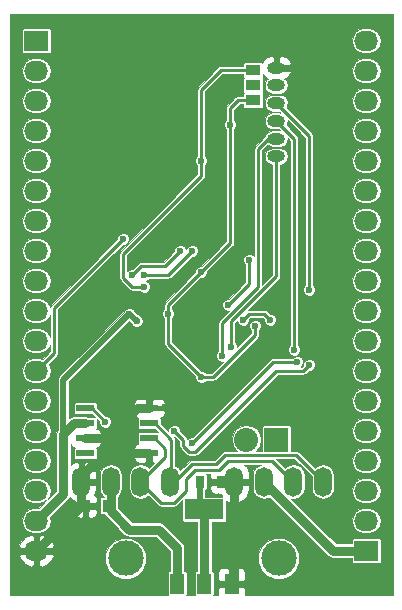
<source format=gbr>
G04 #@! TF.FileFunction,Copper,L2,Bot,Signal*
%FSLAX46Y46*%
G04 Gerber Fmt 4.6, Leading zero omitted, Abs format (unit mm)*
G04 Created by KiCad (PCBNEW 4.0.4-stable) date 11/06/16 21:39:48*
%MOMM*%
%LPD*%
G01*
G04 APERTURE LIST*
%ADD10C,0.100000*%
%ADD11R,1.200000X1.700000*%
%ADD12R,3.300000X1.700000*%
%ADD13R,0.800000X1.000000*%
%ADD14O,1.500000X2.500000*%
%ADD15C,3.000000*%
%ADD16R,1.550000X0.600000*%
%ADD17O,1.524000X1.000000*%
%ADD18R,2.032000X1.727200*%
%ADD19O,2.032000X1.727200*%
%ADD20R,2.032000X2.032000*%
%ADD21O,2.032000X2.032000*%
%ADD22R,1.270000X0.965200*%
%ADD23C,0.600000*%
%ADD24C,0.800000*%
%ADD25C,0.250000*%
%ADD26C,0.500000*%
%ADD27C,0.026000*%
G04 APERTURE END LIST*
D10*
D11*
X19064000Y-48514000D03*
X16764000Y-48514000D03*
X14464000Y-48514000D03*
D12*
X16764000Y-42214000D03*
D13*
X8520000Y-41910000D03*
X6720000Y-41910000D03*
X16372000Y-39878000D03*
X18172000Y-39878000D03*
D14*
X6350000Y-39878000D03*
X8850000Y-39878000D03*
X11350000Y-39878000D03*
X13850000Y-39878000D03*
D15*
X10100000Y-46378000D03*
D14*
X19304000Y-39878000D03*
X21804000Y-39878000D03*
X24304000Y-39878000D03*
X26804000Y-39878000D03*
D15*
X23054000Y-46378000D03*
D16*
X6698000Y-37465000D03*
X6698000Y-36195000D03*
X6698000Y-34925000D03*
X6698000Y-33655000D03*
X12098000Y-33655000D03*
X12098000Y-34925000D03*
X12098000Y-36195000D03*
X12098000Y-37465000D03*
D17*
X22860000Y-4826000D03*
X22860000Y-6326000D03*
X22860000Y-7826000D03*
X22860000Y-9326000D03*
X22860000Y-10826000D03*
X22860000Y-12326000D03*
D18*
X2540000Y-2540000D03*
D19*
X2540000Y-5080000D03*
X2540000Y-7620000D03*
X2540000Y-10160000D03*
X2540000Y-12700000D03*
X2540000Y-15240000D03*
X2540000Y-17780000D03*
X2540000Y-20320000D03*
X2540000Y-22860000D03*
X2540000Y-25400000D03*
X2540000Y-27940000D03*
X2540000Y-30480000D03*
X2540000Y-33020000D03*
X2540000Y-35560000D03*
X2540000Y-38100000D03*
X2540000Y-40640000D03*
X2540000Y-43180000D03*
X2540000Y-45720000D03*
D18*
X30480000Y-45720000D03*
D19*
X30480000Y-43180000D03*
X30480000Y-40640000D03*
X30480000Y-38100000D03*
X30480000Y-35560000D03*
X30480000Y-33020000D03*
X30480000Y-30480000D03*
X30480000Y-27940000D03*
X30480000Y-25400000D03*
X30480000Y-22860000D03*
X30480000Y-20320000D03*
X30480000Y-17780000D03*
X30480000Y-15240000D03*
X30480000Y-12700000D03*
X30480000Y-10160000D03*
X30480000Y-7620000D03*
X30480000Y-5080000D03*
X30480000Y-2540000D03*
D20*
X22860000Y-36322000D03*
D21*
X20320000Y-36322000D03*
D22*
X20900000Y-5030000D03*
X20900000Y-6300000D03*
X20900000Y-7570000D03*
D23*
X15610000Y-33274000D03*
X16764000Y-17526000D03*
X13462000Y-33528000D03*
X11684000Y-23368000D03*
X16510000Y-12700000D03*
X10668000Y-22352000D03*
X14732000Y-20320000D03*
X15748000Y-20320000D03*
X11684000Y-22352000D03*
X18934000Y-9652000D03*
X16764000Y-45466000D03*
X10414000Y-25654000D03*
X11049000Y-26289000D03*
X16764000Y-44196000D03*
X16510000Y-22098000D03*
X13716000Y-25654000D03*
X21082000Y-26670000D03*
X16510000Y-30988000D03*
X9906000Y-19304000D03*
X20574000Y-21082000D03*
X18796000Y-24892000D03*
X20066000Y-26162000D03*
X22352000Y-26162000D03*
X18288000Y-29210000D03*
X19050000Y-28448000D03*
X8382000Y-34798000D03*
X14224000Y-35560000D03*
X25654000Y-29972000D03*
X6698000Y-37465000D03*
X24638000Y-29718000D03*
X15748000Y-36576000D03*
X24384000Y-28702000D03*
X25654000Y-23622000D03*
D24*
X6350000Y-39878000D02*
X6350000Y-39370000D01*
X6350000Y-39370000D02*
X7112000Y-38608000D01*
X7112000Y-38608000D02*
X7620000Y-38608000D01*
D25*
X13462000Y-33528000D02*
X15356000Y-33528000D01*
X15356000Y-33528000D02*
X15610000Y-33274000D01*
D26*
X16764000Y-17526000D02*
X16764000Y-20574000D01*
X12098000Y-25240000D02*
X16256000Y-21082000D01*
X12098000Y-33655000D02*
X12098000Y-25240000D01*
X16764000Y-20574000D02*
X16256000Y-21082000D01*
D25*
X13335000Y-33655000D02*
X12098000Y-33655000D01*
X13462000Y-33528000D02*
X13335000Y-33655000D01*
D24*
X7620000Y-38608000D02*
X8763000Y-37465000D01*
X8763000Y-37465000D02*
X9779000Y-37465000D01*
X6350000Y-39878000D02*
X6350000Y-41910000D01*
X6350000Y-41910000D02*
X2540000Y-45720000D01*
D26*
X6350000Y-39878000D02*
X6350000Y-41540000D01*
X6350000Y-41540000D02*
X6720000Y-41910000D01*
X18172000Y-39878000D02*
X19304000Y-39878000D01*
D24*
X8509000Y-36195000D02*
X11049000Y-33655000D01*
X11049000Y-33655000D02*
X12098000Y-33655000D01*
X6698000Y-36195000D02*
X8509000Y-36195000D01*
X9779000Y-37465000D02*
X12098000Y-37465000D01*
X8509000Y-36195000D02*
X9779000Y-37465000D01*
X19304000Y-39878000D02*
X19304000Y-48274000D01*
X19304000Y-48274000D02*
X19064000Y-48514000D01*
D25*
X20900000Y-5030000D02*
X18170000Y-5030000D01*
X16510000Y-6690000D02*
X16510000Y-12700000D01*
X18170000Y-5030000D02*
X16510000Y-6690000D01*
X11684000Y-23368000D02*
X10668000Y-23368000D01*
X10668000Y-23368000D02*
X9906000Y-22606000D01*
X9906000Y-22606000D02*
X9906000Y-20574000D01*
X9906000Y-20574000D02*
X16510000Y-13970000D01*
X16510000Y-13970000D02*
X16510000Y-12700000D01*
D24*
X21804000Y-39878000D02*
X27646000Y-45720000D01*
X27646000Y-45720000D02*
X30480000Y-45720000D01*
X8850000Y-39878000D02*
X8850000Y-42378000D01*
X8850000Y-42378000D02*
X10414000Y-43942000D01*
X10414000Y-43942000D02*
X12914000Y-43942000D01*
D26*
X8850000Y-39878000D02*
X8850000Y-41580000D01*
X8850000Y-41580000D02*
X8520000Y-41910000D01*
D24*
X12914000Y-43942000D02*
X14464000Y-45492000D01*
X14464000Y-45492000D02*
X14464000Y-48514000D01*
D25*
X10668000Y-22352000D02*
X11430000Y-21590000D01*
X11430000Y-21590000D02*
X13462000Y-21590000D01*
X13462000Y-21590000D02*
X14732000Y-20320000D01*
X15748000Y-20320000D02*
X13716000Y-22352000D01*
X11684000Y-22352000D02*
X13716000Y-22352000D01*
X18934000Y-9652000D02*
X18934000Y-8266000D01*
X18934000Y-9652000D02*
X18934000Y-19674000D01*
X16510000Y-22098000D02*
X18934000Y-19674000D01*
X19630000Y-7570000D02*
X20900000Y-7570000D01*
X18934000Y-8266000D02*
X19630000Y-7570000D01*
D26*
X11049000Y-26289000D02*
X10414000Y-25654000D01*
X4826000Y-35814000D02*
X4826000Y-31242000D01*
X4826000Y-31242000D02*
X10414000Y-25654000D01*
D24*
X16764000Y-44196000D02*
X16764000Y-45466000D01*
D26*
X16372000Y-39878000D02*
X16372000Y-41822000D01*
X16372000Y-41822000D02*
X16764000Y-42214000D01*
D24*
X2540000Y-43180000D02*
X4826000Y-40894000D01*
X5715000Y-34925000D02*
X6698000Y-34925000D01*
X4826000Y-35814000D02*
X5715000Y-34925000D01*
X4826000Y-40894000D02*
X4826000Y-35814000D01*
X16764000Y-48514000D02*
X16764000Y-45466000D01*
X16764000Y-44196000D02*
X16764000Y-42214000D01*
D25*
X13716000Y-25654000D02*
X13716000Y-28194000D01*
X13716000Y-28194000D02*
X16510000Y-30988000D01*
X13716000Y-24892000D02*
X16510000Y-22098000D01*
X13716000Y-25654000D02*
X13716000Y-24892000D01*
X16510000Y-30988000D02*
X17526000Y-30988000D01*
X21082000Y-26670000D02*
X21082000Y-27432000D01*
X21082000Y-27432000D02*
X17526000Y-30988000D01*
X4064000Y-28956000D02*
X2540000Y-30480000D01*
X4064000Y-25146000D02*
X4064000Y-28956000D01*
X9906000Y-19304000D02*
X4064000Y-25146000D01*
X16002000Y-38862000D02*
X18034000Y-38862000D01*
X18034000Y-38862000D02*
X18796000Y-38100000D01*
X14224000Y-41656000D02*
X15240000Y-40640000D01*
X15240000Y-39624000D02*
X16002000Y-38862000D01*
X15240000Y-40640000D02*
X15240000Y-39624000D01*
X12098000Y-36195000D02*
X12573000Y-36195000D01*
X12573000Y-36195000D02*
X13462000Y-37084000D01*
X13462000Y-37084000D02*
X13462000Y-37766000D01*
X13462000Y-37766000D02*
X11350000Y-39878000D01*
X11350000Y-39878000D02*
X13128000Y-41656000D01*
X22526000Y-38100000D02*
X24304000Y-39878000D01*
X18796000Y-38100000D02*
X22526000Y-38100000D01*
X13128000Y-41656000D02*
X14224000Y-41656000D01*
X15748000Y-38354000D02*
X17780000Y-38354000D01*
X17780000Y-38354000D02*
X18542000Y-37592000D01*
X15748000Y-38354000D02*
X14224000Y-39878000D01*
X14224000Y-39878000D02*
X13850000Y-39878000D01*
X12098000Y-34925000D02*
X12573000Y-34925000D01*
X12573000Y-34925000D02*
X13970000Y-36322000D01*
X13970000Y-36322000D02*
X13970000Y-39758000D01*
X13970000Y-39758000D02*
X13850000Y-39878000D01*
X14478000Y-39250000D02*
X13850000Y-39878000D01*
X24518000Y-37592000D02*
X26804000Y-39878000D01*
X18542000Y-37592000D02*
X24518000Y-37592000D01*
X20574000Y-21082000D02*
X20574000Y-23114000D01*
X20574000Y-23114000D02*
X18796000Y-24892000D01*
X20574000Y-25654000D02*
X20066000Y-26162000D01*
X21844000Y-25654000D02*
X20574000Y-25654000D01*
X22352000Y-26162000D02*
X21844000Y-25654000D01*
X21336000Y-11684000D02*
X21336000Y-23368000D01*
X21336000Y-11684000D02*
X22194000Y-10826000D01*
X18288000Y-26416000D02*
X21336000Y-23368000D01*
X18288000Y-29210000D02*
X18288000Y-26416000D01*
X22194000Y-10826000D02*
X22860000Y-10826000D01*
X19050000Y-28448000D02*
X19050000Y-26290398D01*
X22860000Y-22480398D02*
X22860000Y-22352000D01*
X19050000Y-26290398D02*
X22860000Y-22480398D01*
X22860000Y-22352000D02*
X22860000Y-12326000D01*
X25654000Y-29972000D02*
X25146000Y-30480000D01*
X22860000Y-30480000D02*
X16002000Y-37338000D01*
X25146000Y-30480000D02*
X22860000Y-30480000D01*
X6698000Y-33655000D02*
X7239000Y-33655000D01*
X7239000Y-33655000D02*
X8382000Y-34798000D01*
X14224000Y-35560000D02*
X14986000Y-36322000D01*
X14986000Y-36322000D02*
X14986000Y-36830000D01*
X14986000Y-36830000D02*
X15494000Y-37338000D01*
X15494000Y-37338000D02*
X16002000Y-37338000D01*
X24638000Y-29718000D02*
X22606000Y-29718000D01*
X22606000Y-29718000D02*
X15748000Y-36576000D01*
X24384000Y-10850000D02*
X22860000Y-9326000D01*
X24384000Y-28702000D02*
X24384000Y-10850000D01*
X25654000Y-23622000D02*
X25654000Y-10620000D01*
X25654000Y-10620000D02*
X22860000Y-7826000D01*
D27*
G36*
X32732000Y-49496000D02*
X20173250Y-49496000D01*
X20185000Y-49467634D01*
X20185000Y-48885250D01*
X20054750Y-48755000D01*
X19305000Y-48755000D01*
X19305000Y-48775000D01*
X18823000Y-48775000D01*
X18823000Y-48755000D01*
X18073250Y-48755000D01*
X17943000Y-48885250D01*
X17943000Y-49467634D01*
X17954750Y-49496000D01*
X17531602Y-49496000D01*
X17564062Y-49448492D01*
X17581172Y-49364000D01*
X17581172Y-47664000D01*
X17566320Y-47585067D01*
X17550426Y-47560366D01*
X17943000Y-47560366D01*
X17943000Y-48142750D01*
X18073250Y-48273000D01*
X18823000Y-48273000D01*
X18823000Y-47273250D01*
X19305000Y-47273250D01*
X19305000Y-48273000D01*
X20054750Y-48273000D01*
X20185000Y-48142750D01*
X20185000Y-47560366D01*
X20105682Y-47368877D01*
X19959122Y-47222317D01*
X19767633Y-47143000D01*
X19435250Y-47143000D01*
X19305000Y-47273250D01*
X18823000Y-47273250D01*
X18692750Y-47143000D01*
X18360367Y-47143000D01*
X18168878Y-47222317D01*
X18022318Y-47368877D01*
X17943000Y-47560366D01*
X17550426Y-47560366D01*
X17519671Y-47512572D01*
X17448492Y-47463938D01*
X17377000Y-47449461D01*
X17377000Y-46717242D01*
X21340703Y-46717242D01*
X21600942Y-47347069D01*
X22082396Y-47829364D01*
X22711768Y-48090702D01*
X23393242Y-48091297D01*
X24023069Y-47831058D01*
X24505364Y-47349604D01*
X24766702Y-46720232D01*
X24767297Y-46038758D01*
X24507058Y-45408931D01*
X24025604Y-44926636D01*
X23396232Y-44665298D01*
X22714758Y-44664703D01*
X22084931Y-44924942D01*
X21602636Y-45406396D01*
X21341298Y-46035768D01*
X21340703Y-46717242D01*
X17377000Y-46717242D01*
X17377000Y-43281172D01*
X18414000Y-43281172D01*
X18492933Y-43266320D01*
X18565428Y-43219671D01*
X18614062Y-43148492D01*
X18631172Y-43064000D01*
X18631172Y-41470792D01*
X18870746Y-41572877D01*
X19063000Y-41493002D01*
X19063000Y-40554060D01*
X19093000Y-40481634D01*
X19093000Y-40249250D01*
X19063000Y-40219250D01*
X19063000Y-40119000D01*
X19545000Y-40119000D01*
X19545000Y-41493002D01*
X19737254Y-41572877D01*
X20032320Y-41447146D01*
X20386024Y-41087046D01*
X20575000Y-40619000D01*
X20575000Y-40119000D01*
X19545000Y-40119000D01*
X19063000Y-40119000D01*
X18033000Y-40119000D01*
X18033000Y-40139000D01*
X17972000Y-40139000D01*
X17972000Y-40119000D01*
X17381250Y-40119000D01*
X17251000Y-40249250D01*
X17251000Y-40481634D01*
X17330318Y-40673123D01*
X17476878Y-40819683D01*
X17668367Y-40899000D01*
X17841750Y-40899000D01*
X17930998Y-40809752D01*
X17930998Y-40899000D01*
X18146051Y-40899000D01*
X18221976Y-41087046D01*
X18280696Y-41146828D01*
X16835000Y-41146828D01*
X16835000Y-40583318D01*
X16850933Y-40580320D01*
X16923428Y-40533671D01*
X16972062Y-40462492D01*
X16989172Y-40378000D01*
X16989172Y-39378000D01*
X16974320Y-39299067D01*
X16927671Y-39226572D01*
X16888781Y-39200000D01*
X17281804Y-39200000D01*
X17251000Y-39274366D01*
X17251000Y-39506750D01*
X17381250Y-39637000D01*
X17972000Y-39637000D01*
X17972000Y-39617000D01*
X18033000Y-39617000D01*
X18033000Y-39637000D01*
X19063000Y-39637000D01*
X19063000Y-39617000D01*
X19545000Y-39617000D01*
X19545000Y-39637000D01*
X20575000Y-39637000D01*
X20575000Y-39137000D01*
X20386024Y-38668954D01*
X20159172Y-38438000D01*
X21544278Y-38438000D01*
X21435476Y-38459642D01*
X21123056Y-38668394D01*
X20914304Y-38980814D01*
X20841000Y-39349338D01*
X20841000Y-40406662D01*
X20914304Y-40775186D01*
X21123056Y-41087606D01*
X21435476Y-41296358D01*
X21804000Y-41369662D01*
X22172524Y-41296358D01*
X22282178Y-41223090D01*
X27212544Y-46153457D01*
X27411415Y-46286338D01*
X27646000Y-46333000D01*
X29246828Y-46333000D01*
X29246828Y-46583600D01*
X29261680Y-46662533D01*
X29308329Y-46735028D01*
X29379508Y-46783662D01*
X29464000Y-46800772D01*
X31496000Y-46800772D01*
X31574933Y-46785920D01*
X31647428Y-46739271D01*
X31696062Y-46668092D01*
X31713172Y-46583600D01*
X31713172Y-44856400D01*
X31698320Y-44777467D01*
X31651671Y-44704972D01*
X31580492Y-44656338D01*
X31496000Y-44639228D01*
X29464000Y-44639228D01*
X29385067Y-44654080D01*
X29312572Y-44700729D01*
X29263938Y-44771908D01*
X29246828Y-44856400D01*
X29246828Y-45107000D01*
X27899913Y-45107000D01*
X25972913Y-43180000D01*
X29226922Y-43180000D01*
X29308873Y-43591997D01*
X29542251Y-43941271D01*
X29891525Y-44174649D01*
X30303522Y-44256600D01*
X30656478Y-44256600D01*
X31068475Y-44174649D01*
X31417749Y-43941271D01*
X31651127Y-43591997D01*
X31733078Y-43180000D01*
X31651127Y-42768003D01*
X31417749Y-42418729D01*
X31068475Y-42185351D01*
X30656478Y-42103400D01*
X30303522Y-42103400D01*
X29891525Y-42185351D01*
X29542251Y-42418729D01*
X29308873Y-42768003D01*
X29226922Y-43180000D01*
X25972913Y-43180000D01*
X24127458Y-41334546D01*
X24304000Y-41369662D01*
X24672524Y-41296358D01*
X24984944Y-41087606D01*
X25193696Y-40775186D01*
X25267000Y-40406662D01*
X25267000Y-39349338D01*
X25193696Y-38980814D01*
X24984944Y-38668394D01*
X24672524Y-38459642D01*
X24304000Y-38386338D01*
X23935476Y-38459642D01*
X23623056Y-38668394D01*
X23602765Y-38698761D01*
X22834004Y-37930000D01*
X24377996Y-37930000D01*
X25841000Y-39393004D01*
X25841000Y-40406662D01*
X25914304Y-40775186D01*
X26123056Y-41087606D01*
X26435476Y-41296358D01*
X26804000Y-41369662D01*
X27172524Y-41296358D01*
X27484944Y-41087606D01*
X27693696Y-40775186D01*
X27720586Y-40640000D01*
X29226922Y-40640000D01*
X29308873Y-41051997D01*
X29542251Y-41401271D01*
X29891525Y-41634649D01*
X30303522Y-41716600D01*
X30656478Y-41716600D01*
X31068475Y-41634649D01*
X31417749Y-41401271D01*
X31651127Y-41051997D01*
X31733078Y-40640000D01*
X31651127Y-40228003D01*
X31417749Y-39878729D01*
X31068475Y-39645351D01*
X30656478Y-39563400D01*
X30303522Y-39563400D01*
X29891525Y-39645351D01*
X29542251Y-39878729D01*
X29308873Y-40228003D01*
X29226922Y-40640000D01*
X27720586Y-40640000D01*
X27767000Y-40406662D01*
X27767000Y-39349338D01*
X27693696Y-38980814D01*
X27484944Y-38668394D01*
X27172524Y-38459642D01*
X26804000Y-38386338D01*
X26435476Y-38459642D01*
X26123056Y-38668394D01*
X26102765Y-38698761D01*
X25504004Y-38100000D01*
X29226922Y-38100000D01*
X29308873Y-38511997D01*
X29542251Y-38861271D01*
X29891525Y-39094649D01*
X30303522Y-39176600D01*
X30656478Y-39176600D01*
X31068475Y-39094649D01*
X31417749Y-38861271D01*
X31651127Y-38511997D01*
X31733078Y-38100000D01*
X31651127Y-37688003D01*
X31417749Y-37338729D01*
X31068475Y-37105351D01*
X30656478Y-37023400D01*
X30303522Y-37023400D01*
X29891525Y-37105351D01*
X29542251Y-37338729D01*
X29308873Y-37688003D01*
X29226922Y-38100000D01*
X25504004Y-38100000D01*
X24757002Y-37352998D01*
X24647347Y-37279729D01*
X24518000Y-37254000D01*
X24093172Y-37254000D01*
X24093172Y-35560000D01*
X29226922Y-35560000D01*
X29308873Y-35971997D01*
X29542251Y-36321271D01*
X29891525Y-36554649D01*
X30303522Y-36636600D01*
X30656478Y-36636600D01*
X31068475Y-36554649D01*
X31417749Y-36321271D01*
X31651127Y-35971997D01*
X31733078Y-35560000D01*
X31651127Y-35148003D01*
X31417749Y-34798729D01*
X31068475Y-34565351D01*
X30656478Y-34483400D01*
X30303522Y-34483400D01*
X29891525Y-34565351D01*
X29542251Y-34798729D01*
X29308873Y-35148003D01*
X29226922Y-35560000D01*
X24093172Y-35560000D01*
X24093172Y-35306000D01*
X24078320Y-35227067D01*
X24031671Y-35154572D01*
X23960492Y-35105938D01*
X23876000Y-35088828D01*
X21844000Y-35088828D01*
X21765067Y-35103680D01*
X21692572Y-35150329D01*
X21643938Y-35221508D01*
X21626828Y-35306000D01*
X21626828Y-37254000D01*
X21130834Y-37254000D01*
X21189034Y-37215112D01*
X21455448Y-36816396D01*
X21549000Y-36346078D01*
X21549000Y-36297922D01*
X21455448Y-35827604D01*
X21189034Y-35428888D01*
X20790318Y-35162474D01*
X20320000Y-35068922D01*
X19849682Y-35162474D01*
X19450966Y-35428888D01*
X19184552Y-35827604D01*
X19091000Y-36297922D01*
X19091000Y-36346078D01*
X19184552Y-36816396D01*
X19450966Y-37215112D01*
X19509166Y-37254000D01*
X18542000Y-37254000D01*
X18412653Y-37279729D01*
X18302998Y-37352998D01*
X17639996Y-38016000D01*
X15748000Y-38016000D01*
X15618653Y-38041729D01*
X15508998Y-38114998D01*
X14701038Y-38922958D01*
X14530944Y-38668394D01*
X14308000Y-38519428D01*
X14308000Y-36322000D01*
X14282271Y-36192653D01*
X14209002Y-36082998D01*
X14198982Y-36072978D01*
X14259027Y-36073031D01*
X14648000Y-36462004D01*
X14648000Y-36830000D01*
X14673729Y-36959347D01*
X14746998Y-37069002D01*
X15254998Y-37577002D01*
X15364653Y-37650271D01*
X15494000Y-37676000D01*
X16002000Y-37676000D01*
X16131347Y-37650271D01*
X16241002Y-37577002D01*
X20798004Y-33020000D01*
X29226922Y-33020000D01*
X29308873Y-33431997D01*
X29542251Y-33781271D01*
X29891525Y-34014649D01*
X30303522Y-34096600D01*
X30656478Y-34096600D01*
X31068475Y-34014649D01*
X31417749Y-33781271D01*
X31651127Y-33431997D01*
X31733078Y-33020000D01*
X31651127Y-32608003D01*
X31417749Y-32258729D01*
X31068475Y-32025351D01*
X30656478Y-31943400D01*
X30303522Y-31943400D01*
X29891525Y-32025351D01*
X29542251Y-32258729D01*
X29308873Y-32608003D01*
X29226922Y-33020000D01*
X20798004Y-33020000D01*
X23000004Y-30818000D01*
X25146000Y-30818000D01*
X25275347Y-30792271D01*
X25385002Y-30719002D01*
X25619035Y-30484969D01*
X25755594Y-30485089D01*
X25767910Y-30480000D01*
X29226922Y-30480000D01*
X29308873Y-30891997D01*
X29542251Y-31241271D01*
X29891525Y-31474649D01*
X30303522Y-31556600D01*
X30656478Y-31556600D01*
X31068475Y-31474649D01*
X31417749Y-31241271D01*
X31651127Y-30891997D01*
X31733078Y-30480000D01*
X31651127Y-30068003D01*
X31417749Y-29718729D01*
X31068475Y-29485351D01*
X30656478Y-29403400D01*
X30303522Y-29403400D01*
X29891525Y-29485351D01*
X29542251Y-29718729D01*
X29308873Y-30068003D01*
X29226922Y-30480000D01*
X25767910Y-30480000D01*
X25944211Y-30407154D01*
X26088646Y-30262970D01*
X26166910Y-30074490D01*
X26167089Y-29870406D01*
X26089154Y-29681789D01*
X25944970Y-29537354D01*
X25756490Y-29459090D01*
X25552406Y-29458911D01*
X25363789Y-29536846D01*
X25219354Y-29681030D01*
X25141090Y-29869510D01*
X25140969Y-30007027D01*
X25005996Y-30142000D01*
X24939384Y-30142000D01*
X25072646Y-30008970D01*
X25150910Y-29820490D01*
X25151089Y-29616406D01*
X25073154Y-29427789D01*
X24928970Y-29283354D01*
X24740490Y-29205090D01*
X24536406Y-29204911D01*
X24347789Y-29282846D01*
X24250466Y-29380000D01*
X22606000Y-29380000D01*
X22476653Y-29405729D01*
X22366998Y-29478998D01*
X15782965Y-36063031D01*
X15646406Y-36062911D01*
X15457789Y-36140846D01*
X15316101Y-36282288D01*
X15298271Y-36192653D01*
X15225002Y-36082998D01*
X14736969Y-35594965D01*
X14737089Y-35458406D01*
X14659154Y-35269789D01*
X14514970Y-35125354D01*
X14326490Y-35047090D01*
X14122406Y-35046911D01*
X13933789Y-35124846D01*
X13789354Y-35269030D01*
X13711090Y-35457510D01*
X13710978Y-35584974D01*
X13090172Y-34964168D01*
X13090172Y-34625000D01*
X13075320Y-34546067D01*
X13028671Y-34473572D01*
X13011243Y-34461664D01*
X13168122Y-34396683D01*
X13314682Y-34250123D01*
X13394000Y-34058634D01*
X13394000Y-33935250D01*
X13263750Y-33805000D01*
X12339000Y-33805000D01*
X12339000Y-33916000D01*
X11857000Y-33916000D01*
X11857000Y-33805000D01*
X10932250Y-33805000D01*
X10802000Y-33935250D01*
X10802000Y-34058634D01*
X10881318Y-34250123D01*
X11027878Y-34396683D01*
X11183982Y-34461343D01*
X11171572Y-34469329D01*
X11122938Y-34540508D01*
X11105828Y-34625000D01*
X11105828Y-35225000D01*
X11120680Y-35303933D01*
X11167329Y-35376428D01*
X11238508Y-35425062D01*
X11323000Y-35442172D01*
X12612168Y-35442172D01*
X12847824Y-35677828D01*
X11323000Y-35677828D01*
X11244067Y-35692680D01*
X11171572Y-35739329D01*
X11122938Y-35810508D01*
X11105828Y-35895000D01*
X11105828Y-36495000D01*
X11120680Y-36573933D01*
X11167329Y-36646428D01*
X11184757Y-36658336D01*
X11027878Y-36723317D01*
X10881318Y-36869877D01*
X10802000Y-37061366D01*
X10802000Y-37184750D01*
X10932250Y-37315000D01*
X11857000Y-37315000D01*
X11857000Y-37204000D01*
X12339000Y-37204000D01*
X12339000Y-37315000D01*
X12359000Y-37315000D01*
X12359000Y-37615000D01*
X12339000Y-37615000D01*
X12339000Y-38155750D01*
X12466623Y-38283373D01*
X12051235Y-38698761D01*
X12030944Y-38668394D01*
X11718524Y-38459642D01*
X11350000Y-38386338D01*
X10981476Y-38459642D01*
X10669056Y-38668394D01*
X10460304Y-38980814D01*
X10387000Y-39349338D01*
X10387000Y-40406662D01*
X10460304Y-40775186D01*
X10669056Y-41087606D01*
X10981476Y-41296358D01*
X11350000Y-41369662D01*
X11718524Y-41296358D01*
X12030944Y-41087606D01*
X12051235Y-41057239D01*
X12888998Y-41895002D01*
X12998653Y-41968271D01*
X13128000Y-41994000D01*
X14224000Y-41994000D01*
X14353347Y-41968271D01*
X14463002Y-41895002D01*
X14896828Y-41461176D01*
X14896828Y-43064000D01*
X14911680Y-43142933D01*
X14958329Y-43215428D01*
X15029508Y-43264062D01*
X15114000Y-43281172D01*
X16151000Y-43281172D01*
X16151000Y-47449274D01*
X16085067Y-47461680D01*
X16012572Y-47508329D01*
X15963938Y-47579508D01*
X15946828Y-47664000D01*
X15946828Y-49364000D01*
X15961680Y-49442933D01*
X15995827Y-49496000D01*
X15231602Y-49496000D01*
X15264062Y-49448492D01*
X15281172Y-49364000D01*
X15281172Y-47664000D01*
X15266320Y-47585067D01*
X15219671Y-47512572D01*
X15148492Y-47463938D01*
X15077000Y-47449461D01*
X15077000Y-45492000D01*
X15030338Y-45257415D01*
X14897456Y-45058544D01*
X13347456Y-43508544D01*
X13148585Y-43375662D01*
X12914000Y-43329000D01*
X10667912Y-43329000D01*
X9463000Y-42124088D01*
X9463000Y-41133005D01*
X9530944Y-41087606D01*
X9739696Y-40775186D01*
X9813000Y-40406662D01*
X9813000Y-39349338D01*
X9739696Y-38980814D01*
X9530944Y-38668394D01*
X9218524Y-38459642D01*
X8850000Y-38386338D01*
X8481476Y-38459642D01*
X8169056Y-38668394D01*
X7960304Y-38980814D01*
X7887000Y-39349338D01*
X7887000Y-40406662D01*
X7960304Y-40775186D01*
X8169056Y-41087606D01*
X8237000Y-41133005D01*
X8237000Y-41192828D01*
X8120000Y-41192828D01*
X8041067Y-41207680D01*
X7968572Y-41254329D01*
X7919938Y-41325508D01*
X7902828Y-41410000D01*
X7902828Y-42410000D01*
X7917680Y-42488933D01*
X7964329Y-42561428D01*
X8035508Y-42610062D01*
X8120000Y-42627172D01*
X8293409Y-42627172D01*
X8416544Y-42811456D01*
X9980544Y-44375456D01*
X10179415Y-44508338D01*
X10414000Y-44555000D01*
X12660088Y-44555000D01*
X13851000Y-45745912D01*
X13851000Y-47449274D01*
X13785067Y-47461680D01*
X13712572Y-47508329D01*
X13663938Y-47579508D01*
X13646828Y-47664000D01*
X13646828Y-49364000D01*
X13661680Y-49442933D01*
X13695827Y-49496000D01*
X288000Y-49496000D01*
X288000Y-46171326D01*
X1078622Y-46171326D01*
X1221607Y-46457627D01*
X1592641Y-46847685D01*
X2084700Y-47066063D01*
X2299000Y-46966625D01*
X2299000Y-45961000D01*
X2781000Y-45961000D01*
X2781000Y-46966625D01*
X2995300Y-47066063D01*
X3487359Y-46847685D01*
X3611440Y-46717242D01*
X8386703Y-46717242D01*
X8646942Y-47347069D01*
X9128396Y-47829364D01*
X9757768Y-48090702D01*
X10439242Y-48091297D01*
X11069069Y-47831058D01*
X11551364Y-47349604D01*
X11812702Y-46720232D01*
X11813297Y-46038758D01*
X11553058Y-45408931D01*
X11071604Y-44926636D01*
X10442232Y-44665298D01*
X9760758Y-44664703D01*
X9130931Y-44924942D01*
X8648636Y-45406396D01*
X8387298Y-46035768D01*
X8386703Y-46717242D01*
X3611440Y-46717242D01*
X3858393Y-46457627D01*
X4001378Y-46171326D01*
X3923380Y-45961000D01*
X2781000Y-45961000D01*
X2299000Y-45961000D01*
X1156620Y-45961000D01*
X1078622Y-46171326D01*
X288000Y-46171326D01*
X288000Y-45268674D01*
X1078622Y-45268674D01*
X1156620Y-45479000D01*
X2299000Y-45479000D01*
X2299000Y-44473375D01*
X2781000Y-44473375D01*
X2781000Y-45479000D01*
X3923380Y-45479000D01*
X4001378Y-45268674D01*
X3858393Y-44982373D01*
X3487359Y-44592315D01*
X2995300Y-44373937D01*
X2781000Y-44473375D01*
X2299000Y-44473375D01*
X2084700Y-44373937D01*
X1592641Y-44592315D01*
X1221607Y-44982373D01*
X1078622Y-45268674D01*
X288000Y-45268674D01*
X288000Y-40640000D01*
X1286922Y-40640000D01*
X1368873Y-41051997D01*
X1602251Y-41401271D01*
X1951525Y-41634649D01*
X2363522Y-41716600D01*
X2716478Y-41716600D01*
X3128475Y-41634649D01*
X3399596Y-41453491D01*
X2744178Y-42108910D01*
X2716478Y-42103400D01*
X2363522Y-42103400D01*
X1951525Y-42185351D01*
X1602251Y-42418729D01*
X1368873Y-42768003D01*
X1286922Y-43180000D01*
X1368873Y-43591997D01*
X1602251Y-43941271D01*
X1951525Y-44174649D01*
X2363522Y-44256600D01*
X2716478Y-44256600D01*
X3128475Y-44174649D01*
X3477749Y-43941271D01*
X3711127Y-43591997D01*
X3793078Y-43180000D01*
X3729009Y-42857903D01*
X4305662Y-42281250D01*
X5799000Y-42281250D01*
X5799000Y-42513634D01*
X5878318Y-42705123D01*
X6024878Y-42851683D01*
X6216367Y-42931000D01*
X6389750Y-42931000D01*
X6520000Y-42800750D01*
X6520000Y-42151000D01*
X6920000Y-42151000D01*
X6920000Y-42800750D01*
X7050250Y-42931000D01*
X7223633Y-42931000D01*
X7415122Y-42851683D01*
X7561682Y-42705123D01*
X7641000Y-42513634D01*
X7641000Y-42281250D01*
X7510750Y-42151000D01*
X6920000Y-42151000D01*
X6520000Y-42151000D01*
X5929250Y-42151000D01*
X5799000Y-42281250D01*
X4305662Y-42281250D01*
X5259456Y-41327457D01*
X5358508Y-41179215D01*
X5621680Y-41447146D01*
X5799000Y-41522704D01*
X5799000Y-41538750D01*
X5929250Y-41669000D01*
X6520000Y-41669000D01*
X6520000Y-41649000D01*
X6920000Y-41649000D01*
X6920000Y-41669000D01*
X7510750Y-41669000D01*
X7641000Y-41538750D01*
X7641000Y-41306366D01*
X7561682Y-41114877D01*
X7461312Y-41014507D01*
X7621000Y-40619000D01*
X7621000Y-40119000D01*
X6591000Y-40119000D01*
X6591000Y-40139000D01*
X6109000Y-40139000D01*
X6109000Y-40119000D01*
X6089000Y-40119000D01*
X6089000Y-39637000D01*
X6109000Y-39637000D01*
X6109000Y-38262998D01*
X6591000Y-38262998D01*
X6591000Y-39637000D01*
X7621000Y-39637000D01*
X7621000Y-39137000D01*
X7432024Y-38668954D01*
X7078320Y-38308854D01*
X6783254Y-38183123D01*
X6591000Y-38262998D01*
X6109000Y-38262998D01*
X5916746Y-38183123D01*
X5621680Y-38308854D01*
X5439000Y-38494837D01*
X5439000Y-36687959D01*
X5481318Y-36790123D01*
X5627878Y-36936683D01*
X5783982Y-37001343D01*
X5771572Y-37009329D01*
X5722938Y-37080508D01*
X5705828Y-37165000D01*
X5705828Y-37765000D01*
X5720680Y-37843933D01*
X5767329Y-37916428D01*
X5838508Y-37965062D01*
X5923000Y-37982172D01*
X7473000Y-37982172D01*
X7551933Y-37967320D01*
X7624428Y-37920671D01*
X7673062Y-37849492D01*
X7690172Y-37765000D01*
X7690172Y-37745250D01*
X10802000Y-37745250D01*
X10802000Y-37868634D01*
X10881318Y-38060123D01*
X11027878Y-38206683D01*
X11219367Y-38286000D01*
X11726750Y-38286000D01*
X11857000Y-38155750D01*
X11857000Y-37615000D01*
X10932250Y-37615000D01*
X10802000Y-37745250D01*
X7690172Y-37745250D01*
X7690172Y-37165000D01*
X7675320Y-37086067D01*
X7628671Y-37013572D01*
X7611243Y-37001664D01*
X7768122Y-36936683D01*
X7914682Y-36790123D01*
X7994000Y-36598634D01*
X7994000Y-36475250D01*
X7863750Y-36345000D01*
X6939000Y-36345000D01*
X6939000Y-36456000D01*
X6457000Y-36456000D01*
X6457000Y-36345000D01*
X6437000Y-36345000D01*
X6437000Y-36045000D01*
X6457000Y-36045000D01*
X6457000Y-35934000D01*
X6939000Y-35934000D01*
X6939000Y-36045000D01*
X7863750Y-36045000D01*
X7994000Y-35914750D01*
X7994000Y-35791366D01*
X7914682Y-35599877D01*
X7768122Y-35453317D01*
X7612018Y-35388657D01*
X7624428Y-35380671D01*
X7673062Y-35309492D01*
X7690172Y-35225000D01*
X7690172Y-34625000D01*
X7680710Y-34574714D01*
X7869031Y-34763035D01*
X7868911Y-34899594D01*
X7946846Y-35088211D01*
X8091030Y-35232646D01*
X8279510Y-35310910D01*
X8483594Y-35311089D01*
X8672211Y-35233154D01*
X8816646Y-35088970D01*
X8894910Y-34900490D01*
X8895089Y-34696406D01*
X8817154Y-34507789D01*
X8672970Y-34363354D01*
X8484490Y-34285090D01*
X8346973Y-34284969D01*
X7690172Y-33628168D01*
X7690172Y-33355000D01*
X7675320Y-33276067D01*
X7659426Y-33251366D01*
X10802000Y-33251366D01*
X10802000Y-33374750D01*
X10932250Y-33505000D01*
X11857000Y-33505000D01*
X11857000Y-32964250D01*
X12339000Y-32964250D01*
X12339000Y-33505000D01*
X13263750Y-33505000D01*
X13394000Y-33374750D01*
X13394000Y-33251366D01*
X13314682Y-33059877D01*
X13168122Y-32913317D01*
X12976633Y-32834000D01*
X12469250Y-32834000D01*
X12339000Y-32964250D01*
X11857000Y-32964250D01*
X11726750Y-32834000D01*
X11219367Y-32834000D01*
X11027878Y-32913317D01*
X10881318Y-33059877D01*
X10802000Y-33251366D01*
X7659426Y-33251366D01*
X7628671Y-33203572D01*
X7557492Y-33154938D01*
X7473000Y-33137828D01*
X5923000Y-33137828D01*
X5844067Y-33152680D01*
X5771572Y-33199329D01*
X5722938Y-33270508D01*
X5705828Y-33355000D01*
X5705828Y-33955000D01*
X5720680Y-34033933D01*
X5767329Y-34106428D01*
X5838508Y-34155062D01*
X5923000Y-34172172D01*
X7278168Y-34172172D01*
X7524190Y-34418194D01*
X7473000Y-34407828D01*
X7006167Y-34407828D01*
X6932585Y-34358662D01*
X6698000Y-34312000D01*
X5715000Y-34312000D01*
X5480415Y-34358662D01*
X5289000Y-34486561D01*
X5289000Y-31433780D01*
X10414000Y-26308781D01*
X10564145Y-26458926D01*
X10613846Y-26579211D01*
X10758030Y-26723646D01*
X10946510Y-26801910D01*
X11150594Y-26802089D01*
X11339211Y-26724154D01*
X11483646Y-26579970D01*
X11561910Y-26391490D01*
X11562089Y-26187406D01*
X11484154Y-25998789D01*
X11339970Y-25854354D01*
X11218835Y-25804054D01*
X10898855Y-25484075D01*
X10849154Y-25363789D01*
X10704970Y-25219354D01*
X10516490Y-25141090D01*
X10312406Y-25140911D01*
X10123789Y-25218846D01*
X9979354Y-25363030D01*
X9929054Y-25484165D01*
X4498610Y-30914610D01*
X4398244Y-31064817D01*
X4398244Y-31064818D01*
X4363000Y-31242000D01*
X4363000Y-35424760D01*
X4259662Y-35579415D01*
X4213000Y-35814000D01*
X4213000Y-40640087D01*
X3529969Y-41323118D01*
X3711127Y-41051997D01*
X3793078Y-40640000D01*
X3711127Y-40228003D01*
X3477749Y-39878729D01*
X3128475Y-39645351D01*
X2716478Y-39563400D01*
X2363522Y-39563400D01*
X1951525Y-39645351D01*
X1602251Y-39878729D01*
X1368873Y-40228003D01*
X1286922Y-40640000D01*
X288000Y-40640000D01*
X288000Y-38100000D01*
X1286922Y-38100000D01*
X1368873Y-38511997D01*
X1602251Y-38861271D01*
X1951525Y-39094649D01*
X2363522Y-39176600D01*
X2716478Y-39176600D01*
X3128475Y-39094649D01*
X3477749Y-38861271D01*
X3711127Y-38511997D01*
X3793078Y-38100000D01*
X3711127Y-37688003D01*
X3477749Y-37338729D01*
X3128475Y-37105351D01*
X2716478Y-37023400D01*
X2363522Y-37023400D01*
X1951525Y-37105351D01*
X1602251Y-37338729D01*
X1368873Y-37688003D01*
X1286922Y-38100000D01*
X288000Y-38100000D01*
X288000Y-35560000D01*
X1286922Y-35560000D01*
X1368873Y-35971997D01*
X1602251Y-36321271D01*
X1951525Y-36554649D01*
X2363522Y-36636600D01*
X2716478Y-36636600D01*
X3128475Y-36554649D01*
X3477749Y-36321271D01*
X3711127Y-35971997D01*
X3793078Y-35560000D01*
X3711127Y-35148003D01*
X3477749Y-34798729D01*
X3128475Y-34565351D01*
X2716478Y-34483400D01*
X2363522Y-34483400D01*
X1951525Y-34565351D01*
X1602251Y-34798729D01*
X1368873Y-35148003D01*
X1286922Y-35560000D01*
X288000Y-35560000D01*
X288000Y-33020000D01*
X1286922Y-33020000D01*
X1368873Y-33431997D01*
X1602251Y-33781271D01*
X1951525Y-34014649D01*
X2363522Y-34096600D01*
X2716478Y-34096600D01*
X3128475Y-34014649D01*
X3477749Y-33781271D01*
X3711127Y-33431997D01*
X3793078Y-33020000D01*
X3711127Y-32608003D01*
X3477749Y-32258729D01*
X3128475Y-32025351D01*
X2716478Y-31943400D01*
X2363522Y-31943400D01*
X1951525Y-32025351D01*
X1602251Y-32258729D01*
X1368873Y-32608003D01*
X1286922Y-33020000D01*
X288000Y-33020000D01*
X288000Y-25400000D01*
X1286922Y-25400000D01*
X1368873Y-25811997D01*
X1602251Y-26161271D01*
X1951525Y-26394649D01*
X2363522Y-26476600D01*
X2716478Y-26476600D01*
X3128475Y-26394649D01*
X3477749Y-26161271D01*
X3711127Y-25811997D01*
X3726000Y-25737225D01*
X3726000Y-27602775D01*
X3711127Y-27528003D01*
X3477749Y-27178729D01*
X3128475Y-26945351D01*
X2716478Y-26863400D01*
X2363522Y-26863400D01*
X1951525Y-26945351D01*
X1602251Y-27178729D01*
X1368873Y-27528003D01*
X1286922Y-27940000D01*
X1368873Y-28351997D01*
X1602251Y-28701271D01*
X1951525Y-28934649D01*
X2363522Y-29016600D01*
X2716478Y-29016600D01*
X3128475Y-28934649D01*
X3477749Y-28701271D01*
X3711127Y-28351997D01*
X3726000Y-28277225D01*
X3726000Y-28815996D01*
X3068562Y-29473434D01*
X2716478Y-29403400D01*
X2363522Y-29403400D01*
X1951525Y-29485351D01*
X1602251Y-29718729D01*
X1368873Y-30068003D01*
X1286922Y-30480000D01*
X1368873Y-30891997D01*
X1602251Y-31241271D01*
X1951525Y-31474649D01*
X2363522Y-31556600D01*
X2716478Y-31556600D01*
X3128475Y-31474649D01*
X3477749Y-31241271D01*
X3711127Y-30891997D01*
X3793078Y-30480000D01*
X3711127Y-30068003D01*
X3598524Y-29899480D01*
X4303002Y-29195002D01*
X4376271Y-29085347D01*
X4402000Y-28956000D01*
X4402000Y-25286004D01*
X9114004Y-20574000D01*
X9568000Y-20574000D01*
X9568000Y-22606000D01*
X9593729Y-22735347D01*
X9666998Y-22845002D01*
X10428998Y-23607002D01*
X10538653Y-23680271D01*
X10668000Y-23706000D01*
X11296552Y-23706000D01*
X11393030Y-23802646D01*
X11581510Y-23880910D01*
X11785594Y-23881089D01*
X11974211Y-23803154D01*
X12118646Y-23658970D01*
X12196910Y-23470490D01*
X12197089Y-23266406D01*
X12119154Y-23077789D01*
X11974970Y-22933354D01*
X11798113Y-22859916D01*
X11974211Y-22787154D01*
X12071534Y-22690000D01*
X13716000Y-22690000D01*
X13845347Y-22664271D01*
X13955002Y-22591002D01*
X15713035Y-20832969D01*
X15849594Y-20833089D01*
X16038211Y-20755154D01*
X16182646Y-20610970D01*
X16260910Y-20422490D01*
X16261089Y-20218406D01*
X16183154Y-20029789D01*
X16038970Y-19885354D01*
X15850490Y-19807090D01*
X15646406Y-19806911D01*
X15457789Y-19884846D01*
X15313354Y-20029030D01*
X15239916Y-20205887D01*
X15167154Y-20029789D01*
X15022970Y-19885354D01*
X14834490Y-19807090D01*
X14630406Y-19806911D01*
X14441789Y-19884846D01*
X14297354Y-20029030D01*
X14219090Y-20217510D01*
X14218969Y-20355027D01*
X13321996Y-21252000D01*
X11430000Y-21252000D01*
X11300653Y-21277729D01*
X11190998Y-21350998D01*
X10702965Y-21839031D01*
X10566406Y-21838911D01*
X10377789Y-21916846D01*
X10244000Y-22050403D01*
X10244000Y-20714004D01*
X16749002Y-14209002D01*
X16822271Y-14099347D01*
X16848000Y-13970000D01*
X16848000Y-13087448D01*
X16944646Y-12990970D01*
X17022910Y-12802490D01*
X17023089Y-12598406D01*
X16945154Y-12409789D01*
X16848000Y-12312466D01*
X16848000Y-6830004D01*
X18310004Y-5368000D01*
X20047828Y-5368000D01*
X20047828Y-5512600D01*
X20062680Y-5591533D01*
X20109329Y-5664028D01*
X20111151Y-5665273D01*
X20064938Y-5732908D01*
X20047828Y-5817400D01*
X20047828Y-6782600D01*
X20062680Y-6861533D01*
X20109329Y-6934028D01*
X20111151Y-6935273D01*
X20064938Y-7002908D01*
X20047828Y-7087400D01*
X20047828Y-7232000D01*
X19630000Y-7232000D01*
X19500653Y-7257729D01*
X19390998Y-7330998D01*
X18694998Y-8026998D01*
X18621729Y-8136653D01*
X18596000Y-8266000D01*
X18596000Y-9264552D01*
X18499354Y-9361030D01*
X18421090Y-9549510D01*
X18420911Y-9753594D01*
X18498846Y-9942211D01*
X18596000Y-10039534D01*
X18596000Y-19533996D01*
X16544965Y-21585031D01*
X16408406Y-21584911D01*
X16219789Y-21662846D01*
X16075354Y-21807030D01*
X15997090Y-21995510D01*
X15996969Y-22133027D01*
X13476998Y-24652998D01*
X13403729Y-24762653D01*
X13378000Y-24892000D01*
X13378000Y-25266552D01*
X13281354Y-25363030D01*
X13203090Y-25551510D01*
X13202911Y-25755594D01*
X13280846Y-25944211D01*
X13378000Y-26041534D01*
X13378000Y-28194000D01*
X13403729Y-28323347D01*
X13476998Y-28433002D01*
X15997031Y-30953035D01*
X15996911Y-31089594D01*
X16074846Y-31278211D01*
X16219030Y-31422646D01*
X16407510Y-31500910D01*
X16611594Y-31501089D01*
X16800211Y-31423154D01*
X16897534Y-31326000D01*
X17526000Y-31326000D01*
X17655347Y-31300271D01*
X17765002Y-31227002D01*
X21321002Y-27671002D01*
X21394271Y-27561347D01*
X21420000Y-27432000D01*
X21420000Y-27057448D01*
X21516646Y-26960970D01*
X21594910Y-26772490D01*
X21595089Y-26568406D01*
X21517154Y-26379789D01*
X21372970Y-26235354D01*
X21184490Y-26157090D01*
X20980406Y-26156911D01*
X20791789Y-26234846D01*
X20647354Y-26379030D01*
X20569090Y-26567510D01*
X20568911Y-26771594D01*
X20646846Y-26960211D01*
X20744000Y-27057534D01*
X20744000Y-27291996D01*
X19562978Y-28473018D01*
X19563089Y-28346406D01*
X19485154Y-28157789D01*
X19388000Y-28060466D01*
X19388000Y-26430402D01*
X19553466Y-26264936D01*
X19630846Y-26452211D01*
X19775030Y-26596646D01*
X19963510Y-26674910D01*
X20167594Y-26675089D01*
X20356211Y-26597154D01*
X20500646Y-26452970D01*
X20578910Y-26264490D01*
X20579031Y-26126973D01*
X20714004Y-25992000D01*
X21703996Y-25992000D01*
X21839031Y-26127035D01*
X21838911Y-26263594D01*
X21916846Y-26452211D01*
X22061030Y-26596646D01*
X22249510Y-26674910D01*
X22453594Y-26675089D01*
X22642211Y-26597154D01*
X22786646Y-26452970D01*
X22864910Y-26264490D01*
X22865089Y-26060406D01*
X22787154Y-25871789D01*
X22642970Y-25727354D01*
X22454490Y-25649090D01*
X22316973Y-25648969D01*
X22083002Y-25414998D01*
X21973347Y-25341729D01*
X21844000Y-25316000D01*
X20574000Y-25316000D01*
X20484624Y-25333778D01*
X23099002Y-22719400D01*
X23172271Y-22609745D01*
X23198000Y-22480398D01*
X23198000Y-13027682D01*
X23413954Y-12984726D01*
X23645268Y-12830167D01*
X23799827Y-12598853D01*
X23854101Y-12326000D01*
X23799827Y-12053147D01*
X23645268Y-11821833D01*
X23413954Y-11667274D01*
X23141101Y-11613000D01*
X22578899Y-11613000D01*
X22306046Y-11667274D01*
X22074732Y-11821833D01*
X21920173Y-12053147D01*
X21865899Y-12326000D01*
X21920173Y-12598853D01*
X22074732Y-12830167D01*
X22306046Y-12984726D01*
X22522000Y-13027682D01*
X22522000Y-22340394D01*
X21674000Y-23188394D01*
X21674000Y-11824004D01*
X22130544Y-11367460D01*
X22306046Y-11484726D01*
X22578899Y-11539000D01*
X23141101Y-11539000D01*
X23413954Y-11484726D01*
X23645268Y-11330167D01*
X23799827Y-11098853D01*
X23854101Y-10826000D01*
X23847175Y-10791179D01*
X24046000Y-10990004D01*
X24046000Y-28314552D01*
X23949354Y-28411030D01*
X23871090Y-28599510D01*
X23870911Y-28803594D01*
X23948846Y-28992211D01*
X24093030Y-29136646D01*
X24281510Y-29214910D01*
X24485594Y-29215089D01*
X24674211Y-29137154D01*
X24818646Y-28992970D01*
X24896910Y-28804490D01*
X24897089Y-28600406D01*
X24819154Y-28411789D01*
X24722000Y-28314466D01*
X24722000Y-27940000D01*
X29226922Y-27940000D01*
X29308873Y-28351997D01*
X29542251Y-28701271D01*
X29891525Y-28934649D01*
X30303522Y-29016600D01*
X30656478Y-29016600D01*
X31068475Y-28934649D01*
X31417749Y-28701271D01*
X31651127Y-28351997D01*
X31733078Y-27940000D01*
X31651127Y-27528003D01*
X31417749Y-27178729D01*
X31068475Y-26945351D01*
X30656478Y-26863400D01*
X30303522Y-26863400D01*
X29891525Y-26945351D01*
X29542251Y-27178729D01*
X29308873Y-27528003D01*
X29226922Y-27940000D01*
X24722000Y-27940000D01*
X24722000Y-25400000D01*
X29226922Y-25400000D01*
X29308873Y-25811997D01*
X29542251Y-26161271D01*
X29891525Y-26394649D01*
X30303522Y-26476600D01*
X30656478Y-26476600D01*
X31068475Y-26394649D01*
X31417749Y-26161271D01*
X31651127Y-25811997D01*
X31733078Y-25400000D01*
X31651127Y-24988003D01*
X31417749Y-24638729D01*
X31068475Y-24405351D01*
X30656478Y-24323400D01*
X30303522Y-24323400D01*
X29891525Y-24405351D01*
X29542251Y-24638729D01*
X29308873Y-24988003D01*
X29226922Y-25400000D01*
X24722000Y-25400000D01*
X24722000Y-10850000D01*
X24696271Y-10720653D01*
X24623002Y-10610998D01*
X23724136Y-9712132D01*
X23799827Y-9598853D01*
X23854101Y-9326000D01*
X23847175Y-9291179D01*
X25316000Y-10760004D01*
X25316000Y-23234552D01*
X25219354Y-23331030D01*
X25141090Y-23519510D01*
X25140911Y-23723594D01*
X25218846Y-23912211D01*
X25363030Y-24056646D01*
X25551510Y-24134910D01*
X25755594Y-24135089D01*
X25944211Y-24057154D01*
X26088646Y-23912970D01*
X26166910Y-23724490D01*
X26167089Y-23520406D01*
X26089154Y-23331789D01*
X25992000Y-23234466D01*
X25992000Y-22860000D01*
X29226922Y-22860000D01*
X29308873Y-23271997D01*
X29542251Y-23621271D01*
X29891525Y-23854649D01*
X30303522Y-23936600D01*
X30656478Y-23936600D01*
X31068475Y-23854649D01*
X31417749Y-23621271D01*
X31651127Y-23271997D01*
X31733078Y-22860000D01*
X31651127Y-22448003D01*
X31417749Y-22098729D01*
X31068475Y-21865351D01*
X30656478Y-21783400D01*
X30303522Y-21783400D01*
X29891525Y-21865351D01*
X29542251Y-22098729D01*
X29308873Y-22448003D01*
X29226922Y-22860000D01*
X25992000Y-22860000D01*
X25992000Y-20320000D01*
X29226922Y-20320000D01*
X29308873Y-20731997D01*
X29542251Y-21081271D01*
X29891525Y-21314649D01*
X30303522Y-21396600D01*
X30656478Y-21396600D01*
X31068475Y-21314649D01*
X31417749Y-21081271D01*
X31651127Y-20731997D01*
X31733078Y-20320000D01*
X31651127Y-19908003D01*
X31417749Y-19558729D01*
X31068475Y-19325351D01*
X30656478Y-19243400D01*
X30303522Y-19243400D01*
X29891525Y-19325351D01*
X29542251Y-19558729D01*
X29308873Y-19908003D01*
X29226922Y-20320000D01*
X25992000Y-20320000D01*
X25992000Y-17780000D01*
X29226922Y-17780000D01*
X29308873Y-18191997D01*
X29542251Y-18541271D01*
X29891525Y-18774649D01*
X30303522Y-18856600D01*
X30656478Y-18856600D01*
X31068475Y-18774649D01*
X31417749Y-18541271D01*
X31651127Y-18191997D01*
X31733078Y-17780000D01*
X31651127Y-17368003D01*
X31417749Y-17018729D01*
X31068475Y-16785351D01*
X30656478Y-16703400D01*
X30303522Y-16703400D01*
X29891525Y-16785351D01*
X29542251Y-17018729D01*
X29308873Y-17368003D01*
X29226922Y-17780000D01*
X25992000Y-17780000D01*
X25992000Y-15240000D01*
X29226922Y-15240000D01*
X29308873Y-15651997D01*
X29542251Y-16001271D01*
X29891525Y-16234649D01*
X30303522Y-16316600D01*
X30656478Y-16316600D01*
X31068475Y-16234649D01*
X31417749Y-16001271D01*
X31651127Y-15651997D01*
X31733078Y-15240000D01*
X31651127Y-14828003D01*
X31417749Y-14478729D01*
X31068475Y-14245351D01*
X30656478Y-14163400D01*
X30303522Y-14163400D01*
X29891525Y-14245351D01*
X29542251Y-14478729D01*
X29308873Y-14828003D01*
X29226922Y-15240000D01*
X25992000Y-15240000D01*
X25992000Y-12700000D01*
X29226922Y-12700000D01*
X29308873Y-13111997D01*
X29542251Y-13461271D01*
X29891525Y-13694649D01*
X30303522Y-13776600D01*
X30656478Y-13776600D01*
X31068475Y-13694649D01*
X31417749Y-13461271D01*
X31651127Y-13111997D01*
X31733078Y-12700000D01*
X31651127Y-12288003D01*
X31417749Y-11938729D01*
X31068475Y-11705351D01*
X30656478Y-11623400D01*
X30303522Y-11623400D01*
X29891525Y-11705351D01*
X29542251Y-11938729D01*
X29308873Y-12288003D01*
X29226922Y-12700000D01*
X25992000Y-12700000D01*
X25992000Y-10620000D01*
X25966271Y-10490653D01*
X25893002Y-10380998D01*
X25672004Y-10160000D01*
X29226922Y-10160000D01*
X29308873Y-10571997D01*
X29542251Y-10921271D01*
X29891525Y-11154649D01*
X30303522Y-11236600D01*
X30656478Y-11236600D01*
X31068475Y-11154649D01*
X31417749Y-10921271D01*
X31651127Y-10571997D01*
X31733078Y-10160000D01*
X31651127Y-9748003D01*
X31417749Y-9398729D01*
X31068475Y-9165351D01*
X30656478Y-9083400D01*
X30303522Y-9083400D01*
X29891525Y-9165351D01*
X29542251Y-9398729D01*
X29308873Y-9748003D01*
X29226922Y-10160000D01*
X25672004Y-10160000D01*
X23724136Y-8212132D01*
X23799827Y-8098853D01*
X23854101Y-7826000D01*
X23813125Y-7620000D01*
X29226922Y-7620000D01*
X29308873Y-8031997D01*
X29542251Y-8381271D01*
X29891525Y-8614649D01*
X30303522Y-8696600D01*
X30656478Y-8696600D01*
X31068475Y-8614649D01*
X31417749Y-8381271D01*
X31651127Y-8031997D01*
X31733078Y-7620000D01*
X31651127Y-7208003D01*
X31417749Y-6858729D01*
X31068475Y-6625351D01*
X30656478Y-6543400D01*
X30303522Y-6543400D01*
X29891525Y-6625351D01*
X29542251Y-6858729D01*
X29308873Y-7208003D01*
X29226922Y-7620000D01*
X23813125Y-7620000D01*
X23799827Y-7553147D01*
X23645268Y-7321833D01*
X23413954Y-7167274D01*
X23141101Y-7113000D01*
X22578899Y-7113000D01*
X22306046Y-7167274D01*
X22074732Y-7321833D01*
X21920173Y-7553147D01*
X21865899Y-7826000D01*
X21920173Y-8098853D01*
X22074732Y-8330167D01*
X22306046Y-8484726D01*
X22578899Y-8539000D01*
X23094996Y-8539000D01*
X23175922Y-8619926D01*
X23141101Y-8613000D01*
X22578899Y-8613000D01*
X22306046Y-8667274D01*
X22074732Y-8821833D01*
X21920173Y-9053147D01*
X21865899Y-9326000D01*
X21920173Y-9598853D01*
X22074732Y-9830167D01*
X22306046Y-9984726D01*
X22578899Y-10039000D01*
X23094996Y-10039000D01*
X23175922Y-10119926D01*
X23141101Y-10113000D01*
X22578899Y-10113000D01*
X22306046Y-10167274D01*
X22074732Y-10321833D01*
X21920173Y-10553147D01*
X21903120Y-10638876D01*
X21096998Y-11444998D01*
X21023729Y-11554653D01*
X20998000Y-11684000D01*
X20998000Y-20780616D01*
X20864970Y-20647354D01*
X20676490Y-20569090D01*
X20472406Y-20568911D01*
X20283789Y-20646846D01*
X20139354Y-20791030D01*
X20061090Y-20979510D01*
X20060911Y-21183594D01*
X20138846Y-21372211D01*
X20236000Y-21469534D01*
X20236000Y-22973996D01*
X18830965Y-24379031D01*
X18694406Y-24378911D01*
X18505789Y-24456846D01*
X18361354Y-24601030D01*
X18283090Y-24789510D01*
X18282911Y-24993594D01*
X18360846Y-25182211D01*
X18505030Y-25326646D01*
X18693510Y-25404910D01*
X18820974Y-25405022D01*
X18048998Y-26176998D01*
X17975729Y-26286653D01*
X17950000Y-26416000D01*
X17950000Y-28822552D01*
X17853354Y-28919030D01*
X17775090Y-29107510D01*
X17774911Y-29311594D01*
X17852846Y-29500211D01*
X17997030Y-29644646D01*
X18185510Y-29722910D01*
X18312974Y-29723022D01*
X17385996Y-30650000D01*
X16897448Y-30650000D01*
X16800970Y-30553354D01*
X16612490Y-30475090D01*
X16474973Y-30474969D01*
X14054000Y-28053996D01*
X14054000Y-26041448D01*
X14150646Y-25944970D01*
X14228910Y-25756490D01*
X14229089Y-25552406D01*
X14151154Y-25363789D01*
X14054000Y-25266466D01*
X14054000Y-25032004D01*
X16475035Y-22610969D01*
X16611594Y-22611089D01*
X16800211Y-22533154D01*
X16944646Y-22388970D01*
X17022910Y-22200490D01*
X17023031Y-22062973D01*
X19173002Y-19913002D01*
X19246271Y-19803347D01*
X19272000Y-19674000D01*
X19272000Y-10039448D01*
X19368646Y-9942970D01*
X19446910Y-9754490D01*
X19447089Y-9550406D01*
X19369154Y-9361789D01*
X19272000Y-9264466D01*
X19272000Y-8406004D01*
X19770004Y-7908000D01*
X20047828Y-7908000D01*
X20047828Y-8052600D01*
X20062680Y-8131533D01*
X20109329Y-8204028D01*
X20180508Y-8252662D01*
X20265000Y-8269772D01*
X21535000Y-8269772D01*
X21613933Y-8254920D01*
X21686428Y-8208271D01*
X21735062Y-8137092D01*
X21752172Y-8052600D01*
X21752172Y-7087400D01*
X21737320Y-7008467D01*
X21690671Y-6935972D01*
X21688849Y-6934727D01*
X21735062Y-6867092D01*
X21752172Y-6782600D01*
X21752172Y-5817400D01*
X21737320Y-5738467D01*
X21690671Y-5665972D01*
X21688849Y-5664727D01*
X21735062Y-5597092D01*
X21752172Y-5512600D01*
X21752172Y-5390870D01*
X21782336Y-5444571D01*
X22081142Y-5709626D01*
X22187580Y-5746431D01*
X22074732Y-5821833D01*
X21920173Y-6053147D01*
X21865899Y-6326000D01*
X21920173Y-6598853D01*
X22074732Y-6830167D01*
X22306046Y-6984726D01*
X22578899Y-7039000D01*
X23141101Y-7039000D01*
X23413954Y-6984726D01*
X23645268Y-6830167D01*
X23799827Y-6598853D01*
X23854101Y-6326000D01*
X23799827Y-6053147D01*
X23645268Y-5821833D01*
X23532420Y-5746431D01*
X23638858Y-5709626D01*
X23937664Y-5444571D01*
X24064233Y-5219239D01*
X23986762Y-5080000D01*
X29226922Y-5080000D01*
X29308873Y-5491997D01*
X29542251Y-5841271D01*
X29891525Y-6074649D01*
X30303522Y-6156600D01*
X30656478Y-6156600D01*
X31068475Y-6074649D01*
X31417749Y-5841271D01*
X31651127Y-5491997D01*
X31733078Y-5080000D01*
X31651127Y-4668003D01*
X31417749Y-4318729D01*
X31068475Y-4085351D01*
X30656478Y-4003400D01*
X30303522Y-4003400D01*
X29891525Y-4085351D01*
X29542251Y-4318729D01*
X29308873Y-4668003D01*
X29226922Y-5080000D01*
X23986762Y-5080000D01*
X23979528Y-5067000D01*
X23101000Y-5067000D01*
X23101000Y-5087000D01*
X22619000Y-5087000D01*
X22619000Y-5067000D01*
X22599000Y-5067000D01*
X22599000Y-4585000D01*
X22619000Y-4585000D01*
X22619000Y-3932777D01*
X23101000Y-3932777D01*
X23101000Y-4585000D01*
X23979528Y-4585000D01*
X24064233Y-4432761D01*
X23937664Y-4207429D01*
X23638858Y-3942374D01*
X23261365Y-3811843D01*
X23101000Y-3932777D01*
X22619000Y-3932777D01*
X22458635Y-3811843D01*
X22081142Y-3942374D01*
X21782336Y-4207429D01*
X21680381Y-4388941D01*
X21619492Y-4347338D01*
X21535000Y-4330228D01*
X20265000Y-4330228D01*
X20186067Y-4345080D01*
X20113572Y-4391729D01*
X20064938Y-4462908D01*
X20047828Y-4547400D01*
X20047828Y-4692000D01*
X18170000Y-4692000D01*
X18040653Y-4717729D01*
X17930998Y-4790998D01*
X16270998Y-6450998D01*
X16197729Y-6560653D01*
X16172000Y-6690000D01*
X16172000Y-12312552D01*
X16075354Y-12409030D01*
X15997090Y-12597510D01*
X15996911Y-12801594D01*
X16074846Y-12990211D01*
X16172000Y-13087534D01*
X16172000Y-13829996D01*
X9666998Y-20334998D01*
X9593729Y-20444653D01*
X9568000Y-20574000D01*
X9114004Y-20574000D01*
X9871035Y-19816969D01*
X10007594Y-19817089D01*
X10196211Y-19739154D01*
X10340646Y-19594970D01*
X10418910Y-19406490D01*
X10419089Y-19202406D01*
X10341154Y-19013789D01*
X10196970Y-18869354D01*
X10008490Y-18791090D01*
X9804406Y-18790911D01*
X9615789Y-18868846D01*
X9471354Y-19013030D01*
X9393090Y-19201510D01*
X9392969Y-19339027D01*
X3824998Y-24906998D01*
X3751729Y-25016653D01*
X3734277Y-25104388D01*
X3711127Y-24988003D01*
X3477749Y-24638729D01*
X3128475Y-24405351D01*
X2716478Y-24323400D01*
X2363522Y-24323400D01*
X1951525Y-24405351D01*
X1602251Y-24638729D01*
X1368873Y-24988003D01*
X1286922Y-25400000D01*
X288000Y-25400000D01*
X288000Y-22860000D01*
X1286922Y-22860000D01*
X1368873Y-23271997D01*
X1602251Y-23621271D01*
X1951525Y-23854649D01*
X2363522Y-23936600D01*
X2716478Y-23936600D01*
X3128475Y-23854649D01*
X3477749Y-23621271D01*
X3711127Y-23271997D01*
X3793078Y-22860000D01*
X3711127Y-22448003D01*
X3477749Y-22098729D01*
X3128475Y-21865351D01*
X2716478Y-21783400D01*
X2363522Y-21783400D01*
X1951525Y-21865351D01*
X1602251Y-22098729D01*
X1368873Y-22448003D01*
X1286922Y-22860000D01*
X288000Y-22860000D01*
X288000Y-20320000D01*
X1286922Y-20320000D01*
X1368873Y-20731997D01*
X1602251Y-21081271D01*
X1951525Y-21314649D01*
X2363522Y-21396600D01*
X2716478Y-21396600D01*
X3128475Y-21314649D01*
X3477749Y-21081271D01*
X3711127Y-20731997D01*
X3793078Y-20320000D01*
X3711127Y-19908003D01*
X3477749Y-19558729D01*
X3128475Y-19325351D01*
X2716478Y-19243400D01*
X2363522Y-19243400D01*
X1951525Y-19325351D01*
X1602251Y-19558729D01*
X1368873Y-19908003D01*
X1286922Y-20320000D01*
X288000Y-20320000D01*
X288000Y-17780000D01*
X1286922Y-17780000D01*
X1368873Y-18191997D01*
X1602251Y-18541271D01*
X1951525Y-18774649D01*
X2363522Y-18856600D01*
X2716478Y-18856600D01*
X3128475Y-18774649D01*
X3477749Y-18541271D01*
X3711127Y-18191997D01*
X3793078Y-17780000D01*
X3711127Y-17368003D01*
X3477749Y-17018729D01*
X3128475Y-16785351D01*
X2716478Y-16703400D01*
X2363522Y-16703400D01*
X1951525Y-16785351D01*
X1602251Y-17018729D01*
X1368873Y-17368003D01*
X1286922Y-17780000D01*
X288000Y-17780000D01*
X288000Y-15240000D01*
X1286922Y-15240000D01*
X1368873Y-15651997D01*
X1602251Y-16001271D01*
X1951525Y-16234649D01*
X2363522Y-16316600D01*
X2716478Y-16316600D01*
X3128475Y-16234649D01*
X3477749Y-16001271D01*
X3711127Y-15651997D01*
X3793078Y-15240000D01*
X3711127Y-14828003D01*
X3477749Y-14478729D01*
X3128475Y-14245351D01*
X2716478Y-14163400D01*
X2363522Y-14163400D01*
X1951525Y-14245351D01*
X1602251Y-14478729D01*
X1368873Y-14828003D01*
X1286922Y-15240000D01*
X288000Y-15240000D01*
X288000Y-12700000D01*
X1286922Y-12700000D01*
X1368873Y-13111997D01*
X1602251Y-13461271D01*
X1951525Y-13694649D01*
X2363522Y-13776600D01*
X2716478Y-13776600D01*
X3128475Y-13694649D01*
X3477749Y-13461271D01*
X3711127Y-13111997D01*
X3793078Y-12700000D01*
X3711127Y-12288003D01*
X3477749Y-11938729D01*
X3128475Y-11705351D01*
X2716478Y-11623400D01*
X2363522Y-11623400D01*
X1951525Y-11705351D01*
X1602251Y-11938729D01*
X1368873Y-12288003D01*
X1286922Y-12700000D01*
X288000Y-12700000D01*
X288000Y-10160000D01*
X1286922Y-10160000D01*
X1368873Y-10571997D01*
X1602251Y-10921271D01*
X1951525Y-11154649D01*
X2363522Y-11236600D01*
X2716478Y-11236600D01*
X3128475Y-11154649D01*
X3477749Y-10921271D01*
X3711127Y-10571997D01*
X3793078Y-10160000D01*
X3711127Y-9748003D01*
X3477749Y-9398729D01*
X3128475Y-9165351D01*
X2716478Y-9083400D01*
X2363522Y-9083400D01*
X1951525Y-9165351D01*
X1602251Y-9398729D01*
X1368873Y-9748003D01*
X1286922Y-10160000D01*
X288000Y-10160000D01*
X288000Y-7620000D01*
X1286922Y-7620000D01*
X1368873Y-8031997D01*
X1602251Y-8381271D01*
X1951525Y-8614649D01*
X2363522Y-8696600D01*
X2716478Y-8696600D01*
X3128475Y-8614649D01*
X3477749Y-8381271D01*
X3711127Y-8031997D01*
X3793078Y-7620000D01*
X3711127Y-7208003D01*
X3477749Y-6858729D01*
X3128475Y-6625351D01*
X2716478Y-6543400D01*
X2363522Y-6543400D01*
X1951525Y-6625351D01*
X1602251Y-6858729D01*
X1368873Y-7208003D01*
X1286922Y-7620000D01*
X288000Y-7620000D01*
X288000Y-5080000D01*
X1286922Y-5080000D01*
X1368873Y-5491997D01*
X1602251Y-5841271D01*
X1951525Y-6074649D01*
X2363522Y-6156600D01*
X2716478Y-6156600D01*
X3128475Y-6074649D01*
X3477749Y-5841271D01*
X3711127Y-5491997D01*
X3793078Y-5080000D01*
X3711127Y-4668003D01*
X3477749Y-4318729D01*
X3128475Y-4085351D01*
X2716478Y-4003400D01*
X2363522Y-4003400D01*
X1951525Y-4085351D01*
X1602251Y-4318729D01*
X1368873Y-4668003D01*
X1286922Y-5080000D01*
X288000Y-5080000D01*
X288000Y-1676400D01*
X1306828Y-1676400D01*
X1306828Y-3403600D01*
X1321680Y-3482533D01*
X1368329Y-3555028D01*
X1439508Y-3603662D01*
X1524000Y-3620772D01*
X3556000Y-3620772D01*
X3634933Y-3605920D01*
X3707428Y-3559271D01*
X3756062Y-3488092D01*
X3773172Y-3403600D01*
X3773172Y-2540000D01*
X29226922Y-2540000D01*
X29308873Y-2951997D01*
X29542251Y-3301271D01*
X29891525Y-3534649D01*
X30303522Y-3616600D01*
X30656478Y-3616600D01*
X31068475Y-3534649D01*
X31417749Y-3301271D01*
X31651127Y-2951997D01*
X31733078Y-2540000D01*
X31651127Y-2128003D01*
X31417749Y-1778729D01*
X31068475Y-1545351D01*
X30656478Y-1463400D01*
X30303522Y-1463400D01*
X29891525Y-1545351D01*
X29542251Y-1778729D01*
X29308873Y-2128003D01*
X29226922Y-2540000D01*
X3773172Y-2540000D01*
X3773172Y-1676400D01*
X3758320Y-1597467D01*
X3711671Y-1524972D01*
X3640492Y-1476338D01*
X3556000Y-1459228D01*
X1524000Y-1459228D01*
X1445067Y-1474080D01*
X1372572Y-1520729D01*
X1323938Y-1591908D01*
X1306828Y-1676400D01*
X288000Y-1676400D01*
X288000Y-288000D01*
X32732000Y-288000D01*
X32732000Y-49496000D01*
X32732000Y-49496000D01*
G37*
X32732000Y-49496000D02*
X20173250Y-49496000D01*
X20185000Y-49467634D01*
X20185000Y-48885250D01*
X20054750Y-48755000D01*
X19305000Y-48755000D01*
X19305000Y-48775000D01*
X18823000Y-48775000D01*
X18823000Y-48755000D01*
X18073250Y-48755000D01*
X17943000Y-48885250D01*
X17943000Y-49467634D01*
X17954750Y-49496000D01*
X17531602Y-49496000D01*
X17564062Y-49448492D01*
X17581172Y-49364000D01*
X17581172Y-47664000D01*
X17566320Y-47585067D01*
X17550426Y-47560366D01*
X17943000Y-47560366D01*
X17943000Y-48142750D01*
X18073250Y-48273000D01*
X18823000Y-48273000D01*
X18823000Y-47273250D01*
X19305000Y-47273250D01*
X19305000Y-48273000D01*
X20054750Y-48273000D01*
X20185000Y-48142750D01*
X20185000Y-47560366D01*
X20105682Y-47368877D01*
X19959122Y-47222317D01*
X19767633Y-47143000D01*
X19435250Y-47143000D01*
X19305000Y-47273250D01*
X18823000Y-47273250D01*
X18692750Y-47143000D01*
X18360367Y-47143000D01*
X18168878Y-47222317D01*
X18022318Y-47368877D01*
X17943000Y-47560366D01*
X17550426Y-47560366D01*
X17519671Y-47512572D01*
X17448492Y-47463938D01*
X17377000Y-47449461D01*
X17377000Y-46717242D01*
X21340703Y-46717242D01*
X21600942Y-47347069D01*
X22082396Y-47829364D01*
X22711768Y-48090702D01*
X23393242Y-48091297D01*
X24023069Y-47831058D01*
X24505364Y-47349604D01*
X24766702Y-46720232D01*
X24767297Y-46038758D01*
X24507058Y-45408931D01*
X24025604Y-44926636D01*
X23396232Y-44665298D01*
X22714758Y-44664703D01*
X22084931Y-44924942D01*
X21602636Y-45406396D01*
X21341298Y-46035768D01*
X21340703Y-46717242D01*
X17377000Y-46717242D01*
X17377000Y-43281172D01*
X18414000Y-43281172D01*
X18492933Y-43266320D01*
X18565428Y-43219671D01*
X18614062Y-43148492D01*
X18631172Y-43064000D01*
X18631172Y-41470792D01*
X18870746Y-41572877D01*
X19063000Y-41493002D01*
X19063000Y-40554060D01*
X19093000Y-40481634D01*
X19093000Y-40249250D01*
X19063000Y-40219250D01*
X19063000Y-40119000D01*
X19545000Y-40119000D01*
X19545000Y-41493002D01*
X19737254Y-41572877D01*
X20032320Y-41447146D01*
X20386024Y-41087046D01*
X20575000Y-40619000D01*
X20575000Y-40119000D01*
X19545000Y-40119000D01*
X19063000Y-40119000D01*
X18033000Y-40119000D01*
X18033000Y-40139000D01*
X17972000Y-40139000D01*
X17972000Y-40119000D01*
X17381250Y-40119000D01*
X17251000Y-40249250D01*
X17251000Y-40481634D01*
X17330318Y-40673123D01*
X17476878Y-40819683D01*
X17668367Y-40899000D01*
X17841750Y-40899000D01*
X17930998Y-40809752D01*
X17930998Y-40899000D01*
X18146051Y-40899000D01*
X18221976Y-41087046D01*
X18280696Y-41146828D01*
X16835000Y-41146828D01*
X16835000Y-40583318D01*
X16850933Y-40580320D01*
X16923428Y-40533671D01*
X16972062Y-40462492D01*
X16989172Y-40378000D01*
X16989172Y-39378000D01*
X16974320Y-39299067D01*
X16927671Y-39226572D01*
X16888781Y-39200000D01*
X17281804Y-39200000D01*
X17251000Y-39274366D01*
X17251000Y-39506750D01*
X17381250Y-39637000D01*
X17972000Y-39637000D01*
X17972000Y-39617000D01*
X18033000Y-39617000D01*
X18033000Y-39637000D01*
X19063000Y-39637000D01*
X19063000Y-39617000D01*
X19545000Y-39617000D01*
X19545000Y-39637000D01*
X20575000Y-39637000D01*
X20575000Y-39137000D01*
X20386024Y-38668954D01*
X20159172Y-38438000D01*
X21544278Y-38438000D01*
X21435476Y-38459642D01*
X21123056Y-38668394D01*
X20914304Y-38980814D01*
X20841000Y-39349338D01*
X20841000Y-40406662D01*
X20914304Y-40775186D01*
X21123056Y-41087606D01*
X21435476Y-41296358D01*
X21804000Y-41369662D01*
X22172524Y-41296358D01*
X22282178Y-41223090D01*
X27212544Y-46153457D01*
X27411415Y-46286338D01*
X27646000Y-46333000D01*
X29246828Y-46333000D01*
X29246828Y-46583600D01*
X29261680Y-46662533D01*
X29308329Y-46735028D01*
X29379508Y-46783662D01*
X29464000Y-46800772D01*
X31496000Y-46800772D01*
X31574933Y-46785920D01*
X31647428Y-46739271D01*
X31696062Y-46668092D01*
X31713172Y-46583600D01*
X31713172Y-44856400D01*
X31698320Y-44777467D01*
X31651671Y-44704972D01*
X31580492Y-44656338D01*
X31496000Y-44639228D01*
X29464000Y-44639228D01*
X29385067Y-44654080D01*
X29312572Y-44700729D01*
X29263938Y-44771908D01*
X29246828Y-44856400D01*
X29246828Y-45107000D01*
X27899913Y-45107000D01*
X25972913Y-43180000D01*
X29226922Y-43180000D01*
X29308873Y-43591997D01*
X29542251Y-43941271D01*
X29891525Y-44174649D01*
X30303522Y-44256600D01*
X30656478Y-44256600D01*
X31068475Y-44174649D01*
X31417749Y-43941271D01*
X31651127Y-43591997D01*
X31733078Y-43180000D01*
X31651127Y-42768003D01*
X31417749Y-42418729D01*
X31068475Y-42185351D01*
X30656478Y-42103400D01*
X30303522Y-42103400D01*
X29891525Y-42185351D01*
X29542251Y-42418729D01*
X29308873Y-42768003D01*
X29226922Y-43180000D01*
X25972913Y-43180000D01*
X24127458Y-41334546D01*
X24304000Y-41369662D01*
X24672524Y-41296358D01*
X24984944Y-41087606D01*
X25193696Y-40775186D01*
X25267000Y-40406662D01*
X25267000Y-39349338D01*
X25193696Y-38980814D01*
X24984944Y-38668394D01*
X24672524Y-38459642D01*
X24304000Y-38386338D01*
X23935476Y-38459642D01*
X23623056Y-38668394D01*
X23602765Y-38698761D01*
X22834004Y-37930000D01*
X24377996Y-37930000D01*
X25841000Y-39393004D01*
X25841000Y-40406662D01*
X25914304Y-40775186D01*
X26123056Y-41087606D01*
X26435476Y-41296358D01*
X26804000Y-41369662D01*
X27172524Y-41296358D01*
X27484944Y-41087606D01*
X27693696Y-40775186D01*
X27720586Y-40640000D01*
X29226922Y-40640000D01*
X29308873Y-41051997D01*
X29542251Y-41401271D01*
X29891525Y-41634649D01*
X30303522Y-41716600D01*
X30656478Y-41716600D01*
X31068475Y-41634649D01*
X31417749Y-41401271D01*
X31651127Y-41051997D01*
X31733078Y-40640000D01*
X31651127Y-40228003D01*
X31417749Y-39878729D01*
X31068475Y-39645351D01*
X30656478Y-39563400D01*
X30303522Y-39563400D01*
X29891525Y-39645351D01*
X29542251Y-39878729D01*
X29308873Y-40228003D01*
X29226922Y-40640000D01*
X27720586Y-40640000D01*
X27767000Y-40406662D01*
X27767000Y-39349338D01*
X27693696Y-38980814D01*
X27484944Y-38668394D01*
X27172524Y-38459642D01*
X26804000Y-38386338D01*
X26435476Y-38459642D01*
X26123056Y-38668394D01*
X26102765Y-38698761D01*
X25504004Y-38100000D01*
X29226922Y-38100000D01*
X29308873Y-38511997D01*
X29542251Y-38861271D01*
X29891525Y-39094649D01*
X30303522Y-39176600D01*
X30656478Y-39176600D01*
X31068475Y-39094649D01*
X31417749Y-38861271D01*
X31651127Y-38511997D01*
X31733078Y-38100000D01*
X31651127Y-37688003D01*
X31417749Y-37338729D01*
X31068475Y-37105351D01*
X30656478Y-37023400D01*
X30303522Y-37023400D01*
X29891525Y-37105351D01*
X29542251Y-37338729D01*
X29308873Y-37688003D01*
X29226922Y-38100000D01*
X25504004Y-38100000D01*
X24757002Y-37352998D01*
X24647347Y-37279729D01*
X24518000Y-37254000D01*
X24093172Y-37254000D01*
X24093172Y-35560000D01*
X29226922Y-35560000D01*
X29308873Y-35971997D01*
X29542251Y-36321271D01*
X29891525Y-36554649D01*
X30303522Y-36636600D01*
X30656478Y-36636600D01*
X31068475Y-36554649D01*
X31417749Y-36321271D01*
X31651127Y-35971997D01*
X31733078Y-35560000D01*
X31651127Y-35148003D01*
X31417749Y-34798729D01*
X31068475Y-34565351D01*
X30656478Y-34483400D01*
X30303522Y-34483400D01*
X29891525Y-34565351D01*
X29542251Y-34798729D01*
X29308873Y-35148003D01*
X29226922Y-35560000D01*
X24093172Y-35560000D01*
X24093172Y-35306000D01*
X24078320Y-35227067D01*
X24031671Y-35154572D01*
X23960492Y-35105938D01*
X23876000Y-35088828D01*
X21844000Y-35088828D01*
X21765067Y-35103680D01*
X21692572Y-35150329D01*
X21643938Y-35221508D01*
X21626828Y-35306000D01*
X21626828Y-37254000D01*
X21130834Y-37254000D01*
X21189034Y-37215112D01*
X21455448Y-36816396D01*
X21549000Y-36346078D01*
X21549000Y-36297922D01*
X21455448Y-35827604D01*
X21189034Y-35428888D01*
X20790318Y-35162474D01*
X20320000Y-35068922D01*
X19849682Y-35162474D01*
X19450966Y-35428888D01*
X19184552Y-35827604D01*
X19091000Y-36297922D01*
X19091000Y-36346078D01*
X19184552Y-36816396D01*
X19450966Y-37215112D01*
X19509166Y-37254000D01*
X18542000Y-37254000D01*
X18412653Y-37279729D01*
X18302998Y-37352998D01*
X17639996Y-38016000D01*
X15748000Y-38016000D01*
X15618653Y-38041729D01*
X15508998Y-38114998D01*
X14701038Y-38922958D01*
X14530944Y-38668394D01*
X14308000Y-38519428D01*
X14308000Y-36322000D01*
X14282271Y-36192653D01*
X14209002Y-36082998D01*
X14198982Y-36072978D01*
X14259027Y-36073031D01*
X14648000Y-36462004D01*
X14648000Y-36830000D01*
X14673729Y-36959347D01*
X14746998Y-37069002D01*
X15254998Y-37577002D01*
X15364653Y-37650271D01*
X15494000Y-37676000D01*
X16002000Y-37676000D01*
X16131347Y-37650271D01*
X16241002Y-37577002D01*
X20798004Y-33020000D01*
X29226922Y-33020000D01*
X29308873Y-33431997D01*
X29542251Y-33781271D01*
X29891525Y-34014649D01*
X30303522Y-34096600D01*
X30656478Y-34096600D01*
X31068475Y-34014649D01*
X31417749Y-33781271D01*
X31651127Y-33431997D01*
X31733078Y-33020000D01*
X31651127Y-32608003D01*
X31417749Y-32258729D01*
X31068475Y-32025351D01*
X30656478Y-31943400D01*
X30303522Y-31943400D01*
X29891525Y-32025351D01*
X29542251Y-32258729D01*
X29308873Y-32608003D01*
X29226922Y-33020000D01*
X20798004Y-33020000D01*
X23000004Y-30818000D01*
X25146000Y-30818000D01*
X25275347Y-30792271D01*
X25385002Y-30719002D01*
X25619035Y-30484969D01*
X25755594Y-30485089D01*
X25767910Y-30480000D01*
X29226922Y-30480000D01*
X29308873Y-30891997D01*
X29542251Y-31241271D01*
X29891525Y-31474649D01*
X30303522Y-31556600D01*
X30656478Y-31556600D01*
X31068475Y-31474649D01*
X31417749Y-31241271D01*
X31651127Y-30891997D01*
X31733078Y-30480000D01*
X31651127Y-30068003D01*
X31417749Y-29718729D01*
X31068475Y-29485351D01*
X30656478Y-29403400D01*
X30303522Y-29403400D01*
X29891525Y-29485351D01*
X29542251Y-29718729D01*
X29308873Y-30068003D01*
X29226922Y-30480000D01*
X25767910Y-30480000D01*
X25944211Y-30407154D01*
X26088646Y-30262970D01*
X26166910Y-30074490D01*
X26167089Y-29870406D01*
X26089154Y-29681789D01*
X25944970Y-29537354D01*
X25756490Y-29459090D01*
X25552406Y-29458911D01*
X25363789Y-29536846D01*
X25219354Y-29681030D01*
X25141090Y-29869510D01*
X25140969Y-30007027D01*
X25005996Y-30142000D01*
X24939384Y-30142000D01*
X25072646Y-30008970D01*
X25150910Y-29820490D01*
X25151089Y-29616406D01*
X25073154Y-29427789D01*
X24928970Y-29283354D01*
X24740490Y-29205090D01*
X24536406Y-29204911D01*
X24347789Y-29282846D01*
X24250466Y-29380000D01*
X22606000Y-29380000D01*
X22476653Y-29405729D01*
X22366998Y-29478998D01*
X15782965Y-36063031D01*
X15646406Y-36062911D01*
X15457789Y-36140846D01*
X15316101Y-36282288D01*
X15298271Y-36192653D01*
X15225002Y-36082998D01*
X14736969Y-35594965D01*
X14737089Y-35458406D01*
X14659154Y-35269789D01*
X14514970Y-35125354D01*
X14326490Y-35047090D01*
X14122406Y-35046911D01*
X13933789Y-35124846D01*
X13789354Y-35269030D01*
X13711090Y-35457510D01*
X13710978Y-35584974D01*
X13090172Y-34964168D01*
X13090172Y-34625000D01*
X13075320Y-34546067D01*
X13028671Y-34473572D01*
X13011243Y-34461664D01*
X13168122Y-34396683D01*
X13314682Y-34250123D01*
X13394000Y-34058634D01*
X13394000Y-33935250D01*
X13263750Y-33805000D01*
X12339000Y-33805000D01*
X12339000Y-33916000D01*
X11857000Y-33916000D01*
X11857000Y-33805000D01*
X10932250Y-33805000D01*
X10802000Y-33935250D01*
X10802000Y-34058634D01*
X10881318Y-34250123D01*
X11027878Y-34396683D01*
X11183982Y-34461343D01*
X11171572Y-34469329D01*
X11122938Y-34540508D01*
X11105828Y-34625000D01*
X11105828Y-35225000D01*
X11120680Y-35303933D01*
X11167329Y-35376428D01*
X11238508Y-35425062D01*
X11323000Y-35442172D01*
X12612168Y-35442172D01*
X12847824Y-35677828D01*
X11323000Y-35677828D01*
X11244067Y-35692680D01*
X11171572Y-35739329D01*
X11122938Y-35810508D01*
X11105828Y-35895000D01*
X11105828Y-36495000D01*
X11120680Y-36573933D01*
X11167329Y-36646428D01*
X11184757Y-36658336D01*
X11027878Y-36723317D01*
X10881318Y-36869877D01*
X10802000Y-37061366D01*
X10802000Y-37184750D01*
X10932250Y-37315000D01*
X11857000Y-37315000D01*
X11857000Y-37204000D01*
X12339000Y-37204000D01*
X12339000Y-37315000D01*
X12359000Y-37315000D01*
X12359000Y-37615000D01*
X12339000Y-37615000D01*
X12339000Y-38155750D01*
X12466623Y-38283373D01*
X12051235Y-38698761D01*
X12030944Y-38668394D01*
X11718524Y-38459642D01*
X11350000Y-38386338D01*
X10981476Y-38459642D01*
X10669056Y-38668394D01*
X10460304Y-38980814D01*
X10387000Y-39349338D01*
X10387000Y-40406662D01*
X10460304Y-40775186D01*
X10669056Y-41087606D01*
X10981476Y-41296358D01*
X11350000Y-41369662D01*
X11718524Y-41296358D01*
X12030944Y-41087606D01*
X12051235Y-41057239D01*
X12888998Y-41895002D01*
X12998653Y-41968271D01*
X13128000Y-41994000D01*
X14224000Y-41994000D01*
X14353347Y-41968271D01*
X14463002Y-41895002D01*
X14896828Y-41461176D01*
X14896828Y-43064000D01*
X14911680Y-43142933D01*
X14958329Y-43215428D01*
X15029508Y-43264062D01*
X15114000Y-43281172D01*
X16151000Y-43281172D01*
X16151000Y-47449274D01*
X16085067Y-47461680D01*
X16012572Y-47508329D01*
X15963938Y-47579508D01*
X15946828Y-47664000D01*
X15946828Y-49364000D01*
X15961680Y-49442933D01*
X15995827Y-49496000D01*
X15231602Y-49496000D01*
X15264062Y-49448492D01*
X15281172Y-49364000D01*
X15281172Y-47664000D01*
X15266320Y-47585067D01*
X15219671Y-47512572D01*
X15148492Y-47463938D01*
X15077000Y-47449461D01*
X15077000Y-45492000D01*
X15030338Y-45257415D01*
X14897456Y-45058544D01*
X13347456Y-43508544D01*
X13148585Y-43375662D01*
X12914000Y-43329000D01*
X10667912Y-43329000D01*
X9463000Y-42124088D01*
X9463000Y-41133005D01*
X9530944Y-41087606D01*
X9739696Y-40775186D01*
X9813000Y-40406662D01*
X9813000Y-39349338D01*
X9739696Y-38980814D01*
X9530944Y-38668394D01*
X9218524Y-38459642D01*
X8850000Y-38386338D01*
X8481476Y-38459642D01*
X8169056Y-38668394D01*
X7960304Y-38980814D01*
X7887000Y-39349338D01*
X7887000Y-40406662D01*
X7960304Y-40775186D01*
X8169056Y-41087606D01*
X8237000Y-41133005D01*
X8237000Y-41192828D01*
X8120000Y-41192828D01*
X8041067Y-41207680D01*
X7968572Y-41254329D01*
X7919938Y-41325508D01*
X7902828Y-41410000D01*
X7902828Y-42410000D01*
X7917680Y-42488933D01*
X7964329Y-42561428D01*
X8035508Y-42610062D01*
X8120000Y-42627172D01*
X8293409Y-42627172D01*
X8416544Y-42811456D01*
X9980544Y-44375456D01*
X10179415Y-44508338D01*
X10414000Y-44555000D01*
X12660088Y-44555000D01*
X13851000Y-45745912D01*
X13851000Y-47449274D01*
X13785067Y-47461680D01*
X13712572Y-47508329D01*
X13663938Y-47579508D01*
X13646828Y-47664000D01*
X13646828Y-49364000D01*
X13661680Y-49442933D01*
X13695827Y-49496000D01*
X288000Y-49496000D01*
X288000Y-46171326D01*
X1078622Y-46171326D01*
X1221607Y-46457627D01*
X1592641Y-46847685D01*
X2084700Y-47066063D01*
X2299000Y-46966625D01*
X2299000Y-45961000D01*
X2781000Y-45961000D01*
X2781000Y-46966625D01*
X2995300Y-47066063D01*
X3487359Y-46847685D01*
X3611440Y-46717242D01*
X8386703Y-46717242D01*
X8646942Y-47347069D01*
X9128396Y-47829364D01*
X9757768Y-48090702D01*
X10439242Y-48091297D01*
X11069069Y-47831058D01*
X11551364Y-47349604D01*
X11812702Y-46720232D01*
X11813297Y-46038758D01*
X11553058Y-45408931D01*
X11071604Y-44926636D01*
X10442232Y-44665298D01*
X9760758Y-44664703D01*
X9130931Y-44924942D01*
X8648636Y-45406396D01*
X8387298Y-46035768D01*
X8386703Y-46717242D01*
X3611440Y-46717242D01*
X3858393Y-46457627D01*
X4001378Y-46171326D01*
X3923380Y-45961000D01*
X2781000Y-45961000D01*
X2299000Y-45961000D01*
X1156620Y-45961000D01*
X1078622Y-46171326D01*
X288000Y-46171326D01*
X288000Y-45268674D01*
X1078622Y-45268674D01*
X1156620Y-45479000D01*
X2299000Y-45479000D01*
X2299000Y-44473375D01*
X2781000Y-44473375D01*
X2781000Y-45479000D01*
X3923380Y-45479000D01*
X4001378Y-45268674D01*
X3858393Y-44982373D01*
X3487359Y-44592315D01*
X2995300Y-44373937D01*
X2781000Y-44473375D01*
X2299000Y-44473375D01*
X2084700Y-44373937D01*
X1592641Y-44592315D01*
X1221607Y-44982373D01*
X1078622Y-45268674D01*
X288000Y-45268674D01*
X288000Y-40640000D01*
X1286922Y-40640000D01*
X1368873Y-41051997D01*
X1602251Y-41401271D01*
X1951525Y-41634649D01*
X2363522Y-41716600D01*
X2716478Y-41716600D01*
X3128475Y-41634649D01*
X3399596Y-41453491D01*
X2744178Y-42108910D01*
X2716478Y-42103400D01*
X2363522Y-42103400D01*
X1951525Y-42185351D01*
X1602251Y-42418729D01*
X1368873Y-42768003D01*
X1286922Y-43180000D01*
X1368873Y-43591997D01*
X1602251Y-43941271D01*
X1951525Y-44174649D01*
X2363522Y-44256600D01*
X2716478Y-44256600D01*
X3128475Y-44174649D01*
X3477749Y-43941271D01*
X3711127Y-43591997D01*
X3793078Y-43180000D01*
X3729009Y-42857903D01*
X4305662Y-42281250D01*
X5799000Y-42281250D01*
X5799000Y-42513634D01*
X5878318Y-42705123D01*
X6024878Y-42851683D01*
X6216367Y-42931000D01*
X6389750Y-42931000D01*
X6520000Y-42800750D01*
X6520000Y-42151000D01*
X6920000Y-42151000D01*
X6920000Y-42800750D01*
X7050250Y-42931000D01*
X7223633Y-42931000D01*
X7415122Y-42851683D01*
X7561682Y-42705123D01*
X7641000Y-42513634D01*
X7641000Y-42281250D01*
X7510750Y-42151000D01*
X6920000Y-42151000D01*
X6520000Y-42151000D01*
X5929250Y-42151000D01*
X5799000Y-42281250D01*
X4305662Y-42281250D01*
X5259456Y-41327457D01*
X5358508Y-41179215D01*
X5621680Y-41447146D01*
X5799000Y-41522704D01*
X5799000Y-41538750D01*
X5929250Y-41669000D01*
X6520000Y-41669000D01*
X6520000Y-41649000D01*
X6920000Y-41649000D01*
X6920000Y-41669000D01*
X7510750Y-41669000D01*
X7641000Y-41538750D01*
X7641000Y-41306366D01*
X7561682Y-41114877D01*
X7461312Y-41014507D01*
X7621000Y-40619000D01*
X7621000Y-40119000D01*
X6591000Y-40119000D01*
X6591000Y-40139000D01*
X6109000Y-40139000D01*
X6109000Y-40119000D01*
X6089000Y-40119000D01*
X6089000Y-39637000D01*
X6109000Y-39637000D01*
X6109000Y-38262998D01*
X6591000Y-38262998D01*
X6591000Y-39637000D01*
X7621000Y-39637000D01*
X7621000Y-39137000D01*
X7432024Y-38668954D01*
X7078320Y-38308854D01*
X6783254Y-38183123D01*
X6591000Y-38262998D01*
X6109000Y-38262998D01*
X5916746Y-38183123D01*
X5621680Y-38308854D01*
X5439000Y-38494837D01*
X5439000Y-36687959D01*
X5481318Y-36790123D01*
X5627878Y-36936683D01*
X5783982Y-37001343D01*
X5771572Y-37009329D01*
X5722938Y-37080508D01*
X5705828Y-37165000D01*
X5705828Y-37765000D01*
X5720680Y-37843933D01*
X5767329Y-37916428D01*
X5838508Y-37965062D01*
X5923000Y-37982172D01*
X7473000Y-37982172D01*
X7551933Y-37967320D01*
X7624428Y-37920671D01*
X7673062Y-37849492D01*
X7690172Y-37765000D01*
X7690172Y-37745250D01*
X10802000Y-37745250D01*
X10802000Y-37868634D01*
X10881318Y-38060123D01*
X11027878Y-38206683D01*
X11219367Y-38286000D01*
X11726750Y-38286000D01*
X11857000Y-38155750D01*
X11857000Y-37615000D01*
X10932250Y-37615000D01*
X10802000Y-37745250D01*
X7690172Y-37745250D01*
X7690172Y-37165000D01*
X7675320Y-37086067D01*
X7628671Y-37013572D01*
X7611243Y-37001664D01*
X7768122Y-36936683D01*
X7914682Y-36790123D01*
X7994000Y-36598634D01*
X7994000Y-36475250D01*
X7863750Y-36345000D01*
X6939000Y-36345000D01*
X6939000Y-36456000D01*
X6457000Y-36456000D01*
X6457000Y-36345000D01*
X6437000Y-36345000D01*
X6437000Y-36045000D01*
X6457000Y-36045000D01*
X6457000Y-35934000D01*
X6939000Y-35934000D01*
X6939000Y-36045000D01*
X7863750Y-36045000D01*
X7994000Y-35914750D01*
X7994000Y-35791366D01*
X7914682Y-35599877D01*
X7768122Y-35453317D01*
X7612018Y-35388657D01*
X7624428Y-35380671D01*
X7673062Y-35309492D01*
X7690172Y-35225000D01*
X7690172Y-34625000D01*
X7680710Y-34574714D01*
X7869031Y-34763035D01*
X7868911Y-34899594D01*
X7946846Y-35088211D01*
X8091030Y-35232646D01*
X8279510Y-35310910D01*
X8483594Y-35311089D01*
X8672211Y-35233154D01*
X8816646Y-35088970D01*
X8894910Y-34900490D01*
X8895089Y-34696406D01*
X8817154Y-34507789D01*
X8672970Y-34363354D01*
X8484490Y-34285090D01*
X8346973Y-34284969D01*
X7690172Y-33628168D01*
X7690172Y-33355000D01*
X7675320Y-33276067D01*
X7659426Y-33251366D01*
X10802000Y-33251366D01*
X10802000Y-33374750D01*
X10932250Y-33505000D01*
X11857000Y-33505000D01*
X11857000Y-32964250D01*
X12339000Y-32964250D01*
X12339000Y-33505000D01*
X13263750Y-33505000D01*
X13394000Y-33374750D01*
X13394000Y-33251366D01*
X13314682Y-33059877D01*
X13168122Y-32913317D01*
X12976633Y-32834000D01*
X12469250Y-32834000D01*
X12339000Y-32964250D01*
X11857000Y-32964250D01*
X11726750Y-32834000D01*
X11219367Y-32834000D01*
X11027878Y-32913317D01*
X10881318Y-33059877D01*
X10802000Y-33251366D01*
X7659426Y-33251366D01*
X7628671Y-33203572D01*
X7557492Y-33154938D01*
X7473000Y-33137828D01*
X5923000Y-33137828D01*
X5844067Y-33152680D01*
X5771572Y-33199329D01*
X5722938Y-33270508D01*
X5705828Y-33355000D01*
X5705828Y-33955000D01*
X5720680Y-34033933D01*
X5767329Y-34106428D01*
X5838508Y-34155062D01*
X5923000Y-34172172D01*
X7278168Y-34172172D01*
X7524190Y-34418194D01*
X7473000Y-34407828D01*
X7006167Y-34407828D01*
X6932585Y-34358662D01*
X6698000Y-34312000D01*
X5715000Y-34312000D01*
X5480415Y-34358662D01*
X5289000Y-34486561D01*
X5289000Y-31433780D01*
X10414000Y-26308781D01*
X10564145Y-26458926D01*
X10613846Y-26579211D01*
X10758030Y-26723646D01*
X10946510Y-26801910D01*
X11150594Y-26802089D01*
X11339211Y-26724154D01*
X11483646Y-26579970D01*
X11561910Y-26391490D01*
X11562089Y-26187406D01*
X11484154Y-25998789D01*
X11339970Y-25854354D01*
X11218835Y-25804054D01*
X10898855Y-25484075D01*
X10849154Y-25363789D01*
X10704970Y-25219354D01*
X10516490Y-25141090D01*
X10312406Y-25140911D01*
X10123789Y-25218846D01*
X9979354Y-25363030D01*
X9929054Y-25484165D01*
X4498610Y-30914610D01*
X4398244Y-31064817D01*
X4398244Y-31064818D01*
X4363000Y-31242000D01*
X4363000Y-35424760D01*
X4259662Y-35579415D01*
X4213000Y-35814000D01*
X4213000Y-40640087D01*
X3529969Y-41323118D01*
X3711127Y-41051997D01*
X3793078Y-40640000D01*
X3711127Y-40228003D01*
X3477749Y-39878729D01*
X3128475Y-39645351D01*
X2716478Y-39563400D01*
X2363522Y-39563400D01*
X1951525Y-39645351D01*
X1602251Y-39878729D01*
X1368873Y-40228003D01*
X1286922Y-40640000D01*
X288000Y-40640000D01*
X288000Y-38100000D01*
X1286922Y-38100000D01*
X1368873Y-38511997D01*
X1602251Y-38861271D01*
X1951525Y-39094649D01*
X2363522Y-39176600D01*
X2716478Y-39176600D01*
X3128475Y-39094649D01*
X3477749Y-38861271D01*
X3711127Y-38511997D01*
X3793078Y-38100000D01*
X3711127Y-37688003D01*
X3477749Y-37338729D01*
X3128475Y-37105351D01*
X2716478Y-37023400D01*
X2363522Y-37023400D01*
X1951525Y-37105351D01*
X1602251Y-37338729D01*
X1368873Y-37688003D01*
X1286922Y-38100000D01*
X288000Y-38100000D01*
X288000Y-35560000D01*
X1286922Y-35560000D01*
X1368873Y-35971997D01*
X1602251Y-36321271D01*
X1951525Y-36554649D01*
X2363522Y-36636600D01*
X2716478Y-36636600D01*
X3128475Y-36554649D01*
X3477749Y-36321271D01*
X3711127Y-35971997D01*
X3793078Y-35560000D01*
X3711127Y-35148003D01*
X3477749Y-34798729D01*
X3128475Y-34565351D01*
X2716478Y-34483400D01*
X2363522Y-34483400D01*
X1951525Y-34565351D01*
X1602251Y-34798729D01*
X1368873Y-35148003D01*
X1286922Y-35560000D01*
X288000Y-35560000D01*
X288000Y-33020000D01*
X1286922Y-33020000D01*
X1368873Y-33431997D01*
X1602251Y-33781271D01*
X1951525Y-34014649D01*
X2363522Y-34096600D01*
X2716478Y-34096600D01*
X3128475Y-34014649D01*
X3477749Y-33781271D01*
X3711127Y-33431997D01*
X3793078Y-33020000D01*
X3711127Y-32608003D01*
X3477749Y-32258729D01*
X3128475Y-32025351D01*
X2716478Y-31943400D01*
X2363522Y-31943400D01*
X1951525Y-32025351D01*
X1602251Y-32258729D01*
X1368873Y-32608003D01*
X1286922Y-33020000D01*
X288000Y-33020000D01*
X288000Y-25400000D01*
X1286922Y-25400000D01*
X1368873Y-25811997D01*
X1602251Y-26161271D01*
X1951525Y-26394649D01*
X2363522Y-26476600D01*
X2716478Y-26476600D01*
X3128475Y-26394649D01*
X3477749Y-26161271D01*
X3711127Y-25811997D01*
X3726000Y-25737225D01*
X3726000Y-27602775D01*
X3711127Y-27528003D01*
X3477749Y-27178729D01*
X3128475Y-26945351D01*
X2716478Y-26863400D01*
X2363522Y-26863400D01*
X1951525Y-26945351D01*
X1602251Y-27178729D01*
X1368873Y-27528003D01*
X1286922Y-27940000D01*
X1368873Y-28351997D01*
X1602251Y-28701271D01*
X1951525Y-28934649D01*
X2363522Y-29016600D01*
X2716478Y-29016600D01*
X3128475Y-28934649D01*
X3477749Y-28701271D01*
X3711127Y-28351997D01*
X3726000Y-28277225D01*
X3726000Y-28815996D01*
X3068562Y-29473434D01*
X2716478Y-29403400D01*
X2363522Y-29403400D01*
X1951525Y-29485351D01*
X1602251Y-29718729D01*
X1368873Y-30068003D01*
X1286922Y-30480000D01*
X1368873Y-30891997D01*
X1602251Y-31241271D01*
X1951525Y-31474649D01*
X2363522Y-31556600D01*
X2716478Y-31556600D01*
X3128475Y-31474649D01*
X3477749Y-31241271D01*
X3711127Y-30891997D01*
X3793078Y-30480000D01*
X3711127Y-30068003D01*
X3598524Y-29899480D01*
X4303002Y-29195002D01*
X4376271Y-29085347D01*
X4402000Y-28956000D01*
X4402000Y-25286004D01*
X9114004Y-20574000D01*
X9568000Y-20574000D01*
X9568000Y-22606000D01*
X9593729Y-22735347D01*
X9666998Y-22845002D01*
X10428998Y-23607002D01*
X10538653Y-23680271D01*
X10668000Y-23706000D01*
X11296552Y-23706000D01*
X11393030Y-23802646D01*
X11581510Y-23880910D01*
X11785594Y-23881089D01*
X11974211Y-23803154D01*
X12118646Y-23658970D01*
X12196910Y-23470490D01*
X12197089Y-23266406D01*
X12119154Y-23077789D01*
X11974970Y-22933354D01*
X11798113Y-22859916D01*
X11974211Y-22787154D01*
X12071534Y-22690000D01*
X13716000Y-22690000D01*
X13845347Y-22664271D01*
X13955002Y-22591002D01*
X15713035Y-20832969D01*
X15849594Y-20833089D01*
X16038211Y-20755154D01*
X16182646Y-20610970D01*
X16260910Y-20422490D01*
X16261089Y-20218406D01*
X16183154Y-20029789D01*
X16038970Y-19885354D01*
X15850490Y-19807090D01*
X15646406Y-19806911D01*
X15457789Y-19884846D01*
X15313354Y-20029030D01*
X15239916Y-20205887D01*
X15167154Y-20029789D01*
X15022970Y-19885354D01*
X14834490Y-19807090D01*
X14630406Y-19806911D01*
X14441789Y-19884846D01*
X14297354Y-20029030D01*
X14219090Y-20217510D01*
X14218969Y-20355027D01*
X13321996Y-21252000D01*
X11430000Y-21252000D01*
X11300653Y-21277729D01*
X11190998Y-21350998D01*
X10702965Y-21839031D01*
X10566406Y-21838911D01*
X10377789Y-21916846D01*
X10244000Y-22050403D01*
X10244000Y-20714004D01*
X16749002Y-14209002D01*
X16822271Y-14099347D01*
X16848000Y-13970000D01*
X16848000Y-13087448D01*
X16944646Y-12990970D01*
X17022910Y-12802490D01*
X17023089Y-12598406D01*
X16945154Y-12409789D01*
X16848000Y-12312466D01*
X16848000Y-6830004D01*
X18310004Y-5368000D01*
X20047828Y-5368000D01*
X20047828Y-5512600D01*
X20062680Y-5591533D01*
X20109329Y-5664028D01*
X20111151Y-5665273D01*
X20064938Y-5732908D01*
X20047828Y-5817400D01*
X20047828Y-6782600D01*
X20062680Y-6861533D01*
X20109329Y-6934028D01*
X20111151Y-6935273D01*
X20064938Y-7002908D01*
X20047828Y-7087400D01*
X20047828Y-7232000D01*
X19630000Y-7232000D01*
X19500653Y-7257729D01*
X19390998Y-7330998D01*
X18694998Y-8026998D01*
X18621729Y-8136653D01*
X18596000Y-8266000D01*
X18596000Y-9264552D01*
X18499354Y-9361030D01*
X18421090Y-9549510D01*
X18420911Y-9753594D01*
X18498846Y-9942211D01*
X18596000Y-10039534D01*
X18596000Y-19533996D01*
X16544965Y-21585031D01*
X16408406Y-21584911D01*
X16219789Y-21662846D01*
X16075354Y-21807030D01*
X15997090Y-21995510D01*
X15996969Y-22133027D01*
X13476998Y-24652998D01*
X13403729Y-24762653D01*
X13378000Y-24892000D01*
X13378000Y-25266552D01*
X13281354Y-25363030D01*
X13203090Y-25551510D01*
X13202911Y-25755594D01*
X13280846Y-25944211D01*
X13378000Y-26041534D01*
X13378000Y-28194000D01*
X13403729Y-28323347D01*
X13476998Y-28433002D01*
X15997031Y-30953035D01*
X15996911Y-31089594D01*
X16074846Y-31278211D01*
X16219030Y-31422646D01*
X16407510Y-31500910D01*
X16611594Y-31501089D01*
X16800211Y-31423154D01*
X16897534Y-31326000D01*
X17526000Y-31326000D01*
X17655347Y-31300271D01*
X17765002Y-31227002D01*
X21321002Y-27671002D01*
X21394271Y-27561347D01*
X21420000Y-27432000D01*
X21420000Y-27057448D01*
X21516646Y-26960970D01*
X21594910Y-26772490D01*
X21595089Y-26568406D01*
X21517154Y-26379789D01*
X21372970Y-26235354D01*
X21184490Y-26157090D01*
X20980406Y-26156911D01*
X20791789Y-26234846D01*
X20647354Y-26379030D01*
X20569090Y-26567510D01*
X20568911Y-26771594D01*
X20646846Y-26960211D01*
X20744000Y-27057534D01*
X20744000Y-27291996D01*
X19562978Y-28473018D01*
X19563089Y-28346406D01*
X19485154Y-28157789D01*
X19388000Y-28060466D01*
X19388000Y-26430402D01*
X19553466Y-26264936D01*
X19630846Y-26452211D01*
X19775030Y-26596646D01*
X19963510Y-26674910D01*
X20167594Y-26675089D01*
X20356211Y-26597154D01*
X20500646Y-26452970D01*
X20578910Y-26264490D01*
X20579031Y-26126973D01*
X20714004Y-25992000D01*
X21703996Y-25992000D01*
X21839031Y-26127035D01*
X21838911Y-26263594D01*
X21916846Y-26452211D01*
X22061030Y-26596646D01*
X22249510Y-26674910D01*
X22453594Y-26675089D01*
X22642211Y-26597154D01*
X22786646Y-26452970D01*
X22864910Y-26264490D01*
X22865089Y-26060406D01*
X22787154Y-25871789D01*
X22642970Y-25727354D01*
X22454490Y-25649090D01*
X22316973Y-25648969D01*
X22083002Y-25414998D01*
X21973347Y-25341729D01*
X21844000Y-25316000D01*
X20574000Y-25316000D01*
X20484624Y-25333778D01*
X23099002Y-22719400D01*
X23172271Y-22609745D01*
X23198000Y-22480398D01*
X23198000Y-13027682D01*
X23413954Y-12984726D01*
X23645268Y-12830167D01*
X23799827Y-12598853D01*
X23854101Y-12326000D01*
X23799827Y-12053147D01*
X23645268Y-11821833D01*
X23413954Y-11667274D01*
X23141101Y-11613000D01*
X22578899Y-11613000D01*
X22306046Y-11667274D01*
X22074732Y-11821833D01*
X21920173Y-12053147D01*
X21865899Y-12326000D01*
X21920173Y-12598853D01*
X22074732Y-12830167D01*
X22306046Y-12984726D01*
X22522000Y-13027682D01*
X22522000Y-22340394D01*
X21674000Y-23188394D01*
X21674000Y-11824004D01*
X22130544Y-11367460D01*
X22306046Y-11484726D01*
X22578899Y-11539000D01*
X23141101Y-11539000D01*
X23413954Y-11484726D01*
X23645268Y-11330167D01*
X23799827Y-11098853D01*
X23854101Y-10826000D01*
X23847175Y-10791179D01*
X24046000Y-10990004D01*
X24046000Y-28314552D01*
X23949354Y-28411030D01*
X23871090Y-28599510D01*
X23870911Y-28803594D01*
X23948846Y-28992211D01*
X24093030Y-29136646D01*
X24281510Y-29214910D01*
X24485594Y-29215089D01*
X24674211Y-29137154D01*
X24818646Y-28992970D01*
X24896910Y-28804490D01*
X24897089Y-28600406D01*
X24819154Y-28411789D01*
X24722000Y-28314466D01*
X24722000Y-27940000D01*
X29226922Y-27940000D01*
X29308873Y-28351997D01*
X29542251Y-28701271D01*
X29891525Y-28934649D01*
X30303522Y-29016600D01*
X30656478Y-29016600D01*
X31068475Y-28934649D01*
X31417749Y-28701271D01*
X31651127Y-28351997D01*
X31733078Y-27940000D01*
X31651127Y-27528003D01*
X31417749Y-27178729D01*
X31068475Y-26945351D01*
X30656478Y-26863400D01*
X30303522Y-26863400D01*
X29891525Y-26945351D01*
X29542251Y-27178729D01*
X29308873Y-27528003D01*
X29226922Y-27940000D01*
X24722000Y-27940000D01*
X24722000Y-25400000D01*
X29226922Y-25400000D01*
X29308873Y-25811997D01*
X29542251Y-26161271D01*
X29891525Y-26394649D01*
X30303522Y-26476600D01*
X30656478Y-26476600D01*
X31068475Y-26394649D01*
X31417749Y-26161271D01*
X31651127Y-25811997D01*
X31733078Y-25400000D01*
X31651127Y-24988003D01*
X31417749Y-24638729D01*
X31068475Y-24405351D01*
X30656478Y-24323400D01*
X30303522Y-24323400D01*
X29891525Y-24405351D01*
X29542251Y-24638729D01*
X29308873Y-24988003D01*
X29226922Y-25400000D01*
X24722000Y-25400000D01*
X24722000Y-10850000D01*
X24696271Y-10720653D01*
X24623002Y-10610998D01*
X23724136Y-9712132D01*
X23799827Y-9598853D01*
X23854101Y-9326000D01*
X23847175Y-9291179D01*
X25316000Y-10760004D01*
X25316000Y-23234552D01*
X25219354Y-23331030D01*
X25141090Y-23519510D01*
X25140911Y-23723594D01*
X25218846Y-23912211D01*
X25363030Y-24056646D01*
X25551510Y-24134910D01*
X25755594Y-24135089D01*
X25944211Y-24057154D01*
X26088646Y-23912970D01*
X26166910Y-23724490D01*
X26167089Y-23520406D01*
X26089154Y-23331789D01*
X25992000Y-23234466D01*
X25992000Y-22860000D01*
X29226922Y-22860000D01*
X29308873Y-23271997D01*
X29542251Y-23621271D01*
X29891525Y-23854649D01*
X30303522Y-23936600D01*
X30656478Y-23936600D01*
X31068475Y-23854649D01*
X31417749Y-23621271D01*
X31651127Y-23271997D01*
X31733078Y-22860000D01*
X31651127Y-22448003D01*
X31417749Y-22098729D01*
X31068475Y-21865351D01*
X30656478Y-21783400D01*
X30303522Y-21783400D01*
X29891525Y-21865351D01*
X29542251Y-22098729D01*
X29308873Y-22448003D01*
X29226922Y-22860000D01*
X25992000Y-22860000D01*
X25992000Y-20320000D01*
X29226922Y-20320000D01*
X29308873Y-20731997D01*
X29542251Y-21081271D01*
X29891525Y-21314649D01*
X30303522Y-21396600D01*
X30656478Y-21396600D01*
X31068475Y-21314649D01*
X31417749Y-21081271D01*
X31651127Y-20731997D01*
X31733078Y-20320000D01*
X31651127Y-19908003D01*
X31417749Y-19558729D01*
X31068475Y-19325351D01*
X30656478Y-19243400D01*
X30303522Y-19243400D01*
X29891525Y-19325351D01*
X29542251Y-19558729D01*
X29308873Y-19908003D01*
X29226922Y-20320000D01*
X25992000Y-20320000D01*
X25992000Y-17780000D01*
X29226922Y-17780000D01*
X29308873Y-18191997D01*
X29542251Y-18541271D01*
X29891525Y-18774649D01*
X30303522Y-18856600D01*
X30656478Y-18856600D01*
X31068475Y-18774649D01*
X31417749Y-18541271D01*
X31651127Y-18191997D01*
X31733078Y-17780000D01*
X31651127Y-17368003D01*
X31417749Y-17018729D01*
X31068475Y-16785351D01*
X30656478Y-16703400D01*
X30303522Y-16703400D01*
X29891525Y-16785351D01*
X29542251Y-17018729D01*
X29308873Y-17368003D01*
X29226922Y-17780000D01*
X25992000Y-17780000D01*
X25992000Y-15240000D01*
X29226922Y-15240000D01*
X29308873Y-15651997D01*
X29542251Y-16001271D01*
X29891525Y-16234649D01*
X30303522Y-16316600D01*
X30656478Y-16316600D01*
X31068475Y-16234649D01*
X31417749Y-16001271D01*
X31651127Y-15651997D01*
X31733078Y-15240000D01*
X31651127Y-14828003D01*
X31417749Y-14478729D01*
X31068475Y-14245351D01*
X30656478Y-14163400D01*
X30303522Y-14163400D01*
X29891525Y-14245351D01*
X29542251Y-14478729D01*
X29308873Y-14828003D01*
X29226922Y-15240000D01*
X25992000Y-15240000D01*
X25992000Y-12700000D01*
X29226922Y-12700000D01*
X29308873Y-13111997D01*
X29542251Y-13461271D01*
X29891525Y-13694649D01*
X30303522Y-13776600D01*
X30656478Y-13776600D01*
X31068475Y-13694649D01*
X31417749Y-13461271D01*
X31651127Y-13111997D01*
X31733078Y-12700000D01*
X31651127Y-12288003D01*
X31417749Y-11938729D01*
X31068475Y-11705351D01*
X30656478Y-11623400D01*
X30303522Y-11623400D01*
X29891525Y-11705351D01*
X29542251Y-11938729D01*
X29308873Y-12288003D01*
X29226922Y-12700000D01*
X25992000Y-12700000D01*
X25992000Y-10620000D01*
X25966271Y-10490653D01*
X25893002Y-10380998D01*
X25672004Y-10160000D01*
X29226922Y-10160000D01*
X29308873Y-10571997D01*
X29542251Y-10921271D01*
X29891525Y-11154649D01*
X30303522Y-11236600D01*
X30656478Y-11236600D01*
X31068475Y-11154649D01*
X31417749Y-10921271D01*
X31651127Y-10571997D01*
X31733078Y-10160000D01*
X31651127Y-9748003D01*
X31417749Y-9398729D01*
X31068475Y-9165351D01*
X30656478Y-9083400D01*
X30303522Y-9083400D01*
X29891525Y-9165351D01*
X29542251Y-9398729D01*
X29308873Y-9748003D01*
X29226922Y-10160000D01*
X25672004Y-10160000D01*
X23724136Y-8212132D01*
X23799827Y-8098853D01*
X23854101Y-7826000D01*
X23813125Y-7620000D01*
X29226922Y-7620000D01*
X29308873Y-8031997D01*
X29542251Y-8381271D01*
X29891525Y-8614649D01*
X30303522Y-8696600D01*
X30656478Y-8696600D01*
X31068475Y-8614649D01*
X31417749Y-8381271D01*
X31651127Y-8031997D01*
X31733078Y-7620000D01*
X31651127Y-7208003D01*
X31417749Y-6858729D01*
X31068475Y-6625351D01*
X30656478Y-6543400D01*
X30303522Y-6543400D01*
X29891525Y-6625351D01*
X29542251Y-6858729D01*
X29308873Y-7208003D01*
X29226922Y-7620000D01*
X23813125Y-7620000D01*
X23799827Y-7553147D01*
X23645268Y-7321833D01*
X23413954Y-7167274D01*
X23141101Y-7113000D01*
X22578899Y-7113000D01*
X22306046Y-7167274D01*
X22074732Y-7321833D01*
X21920173Y-7553147D01*
X21865899Y-7826000D01*
X21920173Y-8098853D01*
X22074732Y-8330167D01*
X22306046Y-8484726D01*
X22578899Y-8539000D01*
X23094996Y-8539000D01*
X23175922Y-8619926D01*
X23141101Y-8613000D01*
X22578899Y-8613000D01*
X22306046Y-8667274D01*
X22074732Y-8821833D01*
X21920173Y-9053147D01*
X21865899Y-9326000D01*
X21920173Y-9598853D01*
X22074732Y-9830167D01*
X22306046Y-9984726D01*
X22578899Y-10039000D01*
X23094996Y-10039000D01*
X23175922Y-10119926D01*
X23141101Y-10113000D01*
X22578899Y-10113000D01*
X22306046Y-10167274D01*
X22074732Y-10321833D01*
X21920173Y-10553147D01*
X21903120Y-10638876D01*
X21096998Y-11444998D01*
X21023729Y-11554653D01*
X20998000Y-11684000D01*
X20998000Y-20780616D01*
X20864970Y-20647354D01*
X20676490Y-20569090D01*
X20472406Y-20568911D01*
X20283789Y-20646846D01*
X20139354Y-20791030D01*
X20061090Y-20979510D01*
X20060911Y-21183594D01*
X20138846Y-21372211D01*
X20236000Y-21469534D01*
X20236000Y-22973996D01*
X18830965Y-24379031D01*
X18694406Y-24378911D01*
X18505789Y-24456846D01*
X18361354Y-24601030D01*
X18283090Y-24789510D01*
X18282911Y-24993594D01*
X18360846Y-25182211D01*
X18505030Y-25326646D01*
X18693510Y-25404910D01*
X18820974Y-25405022D01*
X18048998Y-26176998D01*
X17975729Y-26286653D01*
X17950000Y-26416000D01*
X17950000Y-28822552D01*
X17853354Y-28919030D01*
X17775090Y-29107510D01*
X17774911Y-29311594D01*
X17852846Y-29500211D01*
X17997030Y-29644646D01*
X18185510Y-29722910D01*
X18312974Y-29723022D01*
X17385996Y-30650000D01*
X16897448Y-30650000D01*
X16800970Y-30553354D01*
X16612490Y-30475090D01*
X16474973Y-30474969D01*
X14054000Y-28053996D01*
X14054000Y-26041448D01*
X14150646Y-25944970D01*
X14228910Y-25756490D01*
X14229089Y-25552406D01*
X14151154Y-25363789D01*
X14054000Y-25266466D01*
X14054000Y-25032004D01*
X16475035Y-22610969D01*
X16611594Y-22611089D01*
X16800211Y-22533154D01*
X16944646Y-22388970D01*
X17022910Y-22200490D01*
X17023031Y-22062973D01*
X19173002Y-19913002D01*
X19246271Y-19803347D01*
X19272000Y-19674000D01*
X19272000Y-10039448D01*
X19368646Y-9942970D01*
X19446910Y-9754490D01*
X19447089Y-9550406D01*
X19369154Y-9361789D01*
X19272000Y-9264466D01*
X19272000Y-8406004D01*
X19770004Y-7908000D01*
X20047828Y-7908000D01*
X20047828Y-8052600D01*
X20062680Y-8131533D01*
X20109329Y-8204028D01*
X20180508Y-8252662D01*
X20265000Y-8269772D01*
X21535000Y-8269772D01*
X21613933Y-8254920D01*
X21686428Y-8208271D01*
X21735062Y-8137092D01*
X21752172Y-8052600D01*
X21752172Y-7087400D01*
X21737320Y-7008467D01*
X21690671Y-6935972D01*
X21688849Y-6934727D01*
X21735062Y-6867092D01*
X21752172Y-6782600D01*
X21752172Y-5817400D01*
X21737320Y-5738467D01*
X21690671Y-5665972D01*
X21688849Y-5664727D01*
X21735062Y-5597092D01*
X21752172Y-5512600D01*
X21752172Y-5390870D01*
X21782336Y-5444571D01*
X22081142Y-5709626D01*
X22187580Y-5746431D01*
X22074732Y-5821833D01*
X21920173Y-6053147D01*
X21865899Y-6326000D01*
X21920173Y-6598853D01*
X22074732Y-6830167D01*
X22306046Y-6984726D01*
X22578899Y-7039000D01*
X23141101Y-7039000D01*
X23413954Y-6984726D01*
X23645268Y-6830167D01*
X23799827Y-6598853D01*
X23854101Y-6326000D01*
X23799827Y-6053147D01*
X23645268Y-5821833D01*
X23532420Y-5746431D01*
X23638858Y-5709626D01*
X23937664Y-5444571D01*
X24064233Y-5219239D01*
X23986762Y-5080000D01*
X29226922Y-5080000D01*
X29308873Y-5491997D01*
X29542251Y-5841271D01*
X29891525Y-6074649D01*
X30303522Y-6156600D01*
X30656478Y-6156600D01*
X31068475Y-6074649D01*
X31417749Y-5841271D01*
X31651127Y-5491997D01*
X31733078Y-5080000D01*
X31651127Y-4668003D01*
X31417749Y-4318729D01*
X31068475Y-4085351D01*
X30656478Y-4003400D01*
X30303522Y-4003400D01*
X29891525Y-4085351D01*
X29542251Y-4318729D01*
X29308873Y-4668003D01*
X29226922Y-5080000D01*
X23986762Y-5080000D01*
X23979528Y-5067000D01*
X23101000Y-5067000D01*
X23101000Y-5087000D01*
X22619000Y-5087000D01*
X22619000Y-5067000D01*
X22599000Y-5067000D01*
X22599000Y-4585000D01*
X22619000Y-4585000D01*
X22619000Y-3932777D01*
X23101000Y-3932777D01*
X23101000Y-4585000D01*
X23979528Y-4585000D01*
X24064233Y-4432761D01*
X23937664Y-4207429D01*
X23638858Y-3942374D01*
X23261365Y-3811843D01*
X23101000Y-3932777D01*
X22619000Y-3932777D01*
X22458635Y-3811843D01*
X22081142Y-3942374D01*
X21782336Y-4207429D01*
X21680381Y-4388941D01*
X21619492Y-4347338D01*
X21535000Y-4330228D01*
X20265000Y-4330228D01*
X20186067Y-4345080D01*
X20113572Y-4391729D01*
X20064938Y-4462908D01*
X20047828Y-4547400D01*
X20047828Y-4692000D01*
X18170000Y-4692000D01*
X18040653Y-4717729D01*
X17930998Y-4790998D01*
X16270998Y-6450998D01*
X16197729Y-6560653D01*
X16172000Y-6690000D01*
X16172000Y-12312552D01*
X16075354Y-12409030D01*
X15997090Y-12597510D01*
X15996911Y-12801594D01*
X16074846Y-12990211D01*
X16172000Y-13087534D01*
X16172000Y-13829996D01*
X9666998Y-20334998D01*
X9593729Y-20444653D01*
X9568000Y-20574000D01*
X9114004Y-20574000D01*
X9871035Y-19816969D01*
X10007594Y-19817089D01*
X10196211Y-19739154D01*
X10340646Y-19594970D01*
X10418910Y-19406490D01*
X10419089Y-19202406D01*
X10341154Y-19013789D01*
X10196970Y-18869354D01*
X10008490Y-18791090D01*
X9804406Y-18790911D01*
X9615789Y-18868846D01*
X9471354Y-19013030D01*
X9393090Y-19201510D01*
X9392969Y-19339027D01*
X3824998Y-24906998D01*
X3751729Y-25016653D01*
X3734277Y-25104388D01*
X3711127Y-24988003D01*
X3477749Y-24638729D01*
X3128475Y-24405351D01*
X2716478Y-24323400D01*
X2363522Y-24323400D01*
X1951525Y-24405351D01*
X1602251Y-24638729D01*
X1368873Y-24988003D01*
X1286922Y-25400000D01*
X288000Y-25400000D01*
X288000Y-22860000D01*
X1286922Y-22860000D01*
X1368873Y-23271997D01*
X1602251Y-23621271D01*
X1951525Y-23854649D01*
X2363522Y-23936600D01*
X2716478Y-23936600D01*
X3128475Y-23854649D01*
X3477749Y-23621271D01*
X3711127Y-23271997D01*
X3793078Y-22860000D01*
X3711127Y-22448003D01*
X3477749Y-22098729D01*
X3128475Y-21865351D01*
X2716478Y-21783400D01*
X2363522Y-21783400D01*
X1951525Y-21865351D01*
X1602251Y-22098729D01*
X1368873Y-22448003D01*
X1286922Y-22860000D01*
X288000Y-22860000D01*
X288000Y-20320000D01*
X1286922Y-20320000D01*
X1368873Y-20731997D01*
X1602251Y-21081271D01*
X1951525Y-21314649D01*
X2363522Y-21396600D01*
X2716478Y-21396600D01*
X3128475Y-21314649D01*
X3477749Y-21081271D01*
X3711127Y-20731997D01*
X3793078Y-20320000D01*
X3711127Y-19908003D01*
X3477749Y-19558729D01*
X3128475Y-19325351D01*
X2716478Y-19243400D01*
X2363522Y-19243400D01*
X1951525Y-19325351D01*
X1602251Y-19558729D01*
X1368873Y-19908003D01*
X1286922Y-20320000D01*
X288000Y-20320000D01*
X288000Y-17780000D01*
X1286922Y-17780000D01*
X1368873Y-18191997D01*
X1602251Y-18541271D01*
X1951525Y-18774649D01*
X2363522Y-18856600D01*
X2716478Y-18856600D01*
X3128475Y-18774649D01*
X3477749Y-18541271D01*
X3711127Y-18191997D01*
X3793078Y-17780000D01*
X3711127Y-17368003D01*
X3477749Y-17018729D01*
X3128475Y-16785351D01*
X2716478Y-16703400D01*
X2363522Y-16703400D01*
X1951525Y-16785351D01*
X1602251Y-17018729D01*
X1368873Y-17368003D01*
X1286922Y-17780000D01*
X288000Y-17780000D01*
X288000Y-15240000D01*
X1286922Y-15240000D01*
X1368873Y-15651997D01*
X1602251Y-16001271D01*
X1951525Y-16234649D01*
X2363522Y-16316600D01*
X2716478Y-16316600D01*
X3128475Y-16234649D01*
X3477749Y-16001271D01*
X3711127Y-15651997D01*
X3793078Y-15240000D01*
X3711127Y-14828003D01*
X3477749Y-14478729D01*
X3128475Y-14245351D01*
X2716478Y-14163400D01*
X2363522Y-14163400D01*
X1951525Y-14245351D01*
X1602251Y-14478729D01*
X1368873Y-14828003D01*
X1286922Y-15240000D01*
X288000Y-15240000D01*
X288000Y-12700000D01*
X1286922Y-12700000D01*
X1368873Y-13111997D01*
X1602251Y-13461271D01*
X1951525Y-13694649D01*
X2363522Y-13776600D01*
X2716478Y-13776600D01*
X3128475Y-13694649D01*
X3477749Y-13461271D01*
X3711127Y-13111997D01*
X3793078Y-12700000D01*
X3711127Y-12288003D01*
X3477749Y-11938729D01*
X3128475Y-11705351D01*
X2716478Y-11623400D01*
X2363522Y-11623400D01*
X1951525Y-11705351D01*
X1602251Y-11938729D01*
X1368873Y-12288003D01*
X1286922Y-12700000D01*
X288000Y-12700000D01*
X288000Y-10160000D01*
X1286922Y-10160000D01*
X1368873Y-10571997D01*
X1602251Y-10921271D01*
X1951525Y-11154649D01*
X2363522Y-11236600D01*
X2716478Y-11236600D01*
X3128475Y-11154649D01*
X3477749Y-10921271D01*
X3711127Y-10571997D01*
X3793078Y-10160000D01*
X3711127Y-9748003D01*
X3477749Y-9398729D01*
X3128475Y-9165351D01*
X2716478Y-9083400D01*
X2363522Y-9083400D01*
X1951525Y-9165351D01*
X1602251Y-9398729D01*
X1368873Y-9748003D01*
X1286922Y-10160000D01*
X288000Y-10160000D01*
X288000Y-7620000D01*
X1286922Y-7620000D01*
X1368873Y-8031997D01*
X1602251Y-8381271D01*
X1951525Y-8614649D01*
X2363522Y-8696600D01*
X2716478Y-8696600D01*
X3128475Y-8614649D01*
X3477749Y-8381271D01*
X3711127Y-8031997D01*
X3793078Y-7620000D01*
X3711127Y-7208003D01*
X3477749Y-6858729D01*
X3128475Y-6625351D01*
X2716478Y-6543400D01*
X2363522Y-6543400D01*
X1951525Y-6625351D01*
X1602251Y-6858729D01*
X1368873Y-7208003D01*
X1286922Y-7620000D01*
X288000Y-7620000D01*
X288000Y-5080000D01*
X1286922Y-5080000D01*
X1368873Y-5491997D01*
X1602251Y-5841271D01*
X1951525Y-6074649D01*
X2363522Y-6156600D01*
X2716478Y-6156600D01*
X3128475Y-6074649D01*
X3477749Y-5841271D01*
X3711127Y-5491997D01*
X3793078Y-5080000D01*
X3711127Y-4668003D01*
X3477749Y-4318729D01*
X3128475Y-4085351D01*
X2716478Y-4003400D01*
X2363522Y-4003400D01*
X1951525Y-4085351D01*
X1602251Y-4318729D01*
X1368873Y-4668003D01*
X1286922Y-5080000D01*
X288000Y-5080000D01*
X288000Y-1676400D01*
X1306828Y-1676400D01*
X1306828Y-3403600D01*
X1321680Y-3482533D01*
X1368329Y-3555028D01*
X1439508Y-3603662D01*
X1524000Y-3620772D01*
X3556000Y-3620772D01*
X3634933Y-3605920D01*
X3707428Y-3559271D01*
X3756062Y-3488092D01*
X3773172Y-3403600D01*
X3773172Y-2540000D01*
X29226922Y-2540000D01*
X29308873Y-2951997D01*
X29542251Y-3301271D01*
X29891525Y-3534649D01*
X30303522Y-3616600D01*
X30656478Y-3616600D01*
X31068475Y-3534649D01*
X31417749Y-3301271D01*
X31651127Y-2951997D01*
X31733078Y-2540000D01*
X31651127Y-2128003D01*
X31417749Y-1778729D01*
X31068475Y-1545351D01*
X30656478Y-1463400D01*
X30303522Y-1463400D01*
X29891525Y-1545351D01*
X29542251Y-1778729D01*
X29308873Y-2128003D01*
X29226922Y-2540000D01*
X3773172Y-2540000D01*
X3773172Y-1676400D01*
X3758320Y-1597467D01*
X3711671Y-1524972D01*
X3640492Y-1476338D01*
X3556000Y-1459228D01*
X1524000Y-1459228D01*
X1445067Y-1474080D01*
X1372572Y-1520729D01*
X1323938Y-1591908D01*
X1306828Y-1676400D01*
X288000Y-1676400D01*
X288000Y-288000D01*
X32732000Y-288000D01*
X32732000Y-49496000D01*
M02*

</source>
